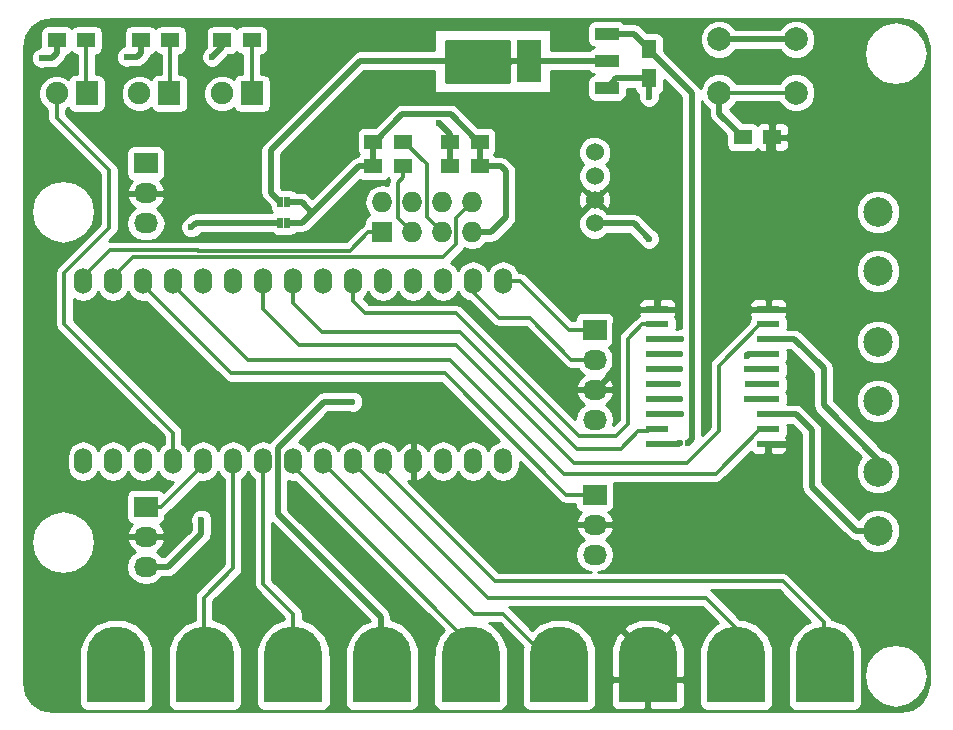
<source format=gtl>
G04 #@! TF.FileFunction,Copper,L1,Top,Signal*
%FSLAX46Y46*%
G04 Gerber Fmt 4.6, Leading zero omitted, Abs format (unit mm)*
G04 Created by KiCad (PCBNEW 4.0.7) date 09/18/17 08:38:15*
%MOMM*%
%LPD*%
G01*
G04 APERTURE LIST*
%ADD10C,0.100000*%
%ADD11C,2.500000*%
%ADD12R,1.500000X1.250000*%
%ADD13R,1.250000X1.500000*%
%ADD14R,1.900000X2.000000*%
%ADD15C,1.900000*%
%ADD16O,1.524000X2.199640*%
%ADD17O,1.524000X2.197100*%
%ADD18R,2.032000X1.727200*%
%ADD19O,2.032000X1.727200*%
%ADD20C,1.524000*%
%ADD21C,1.998980*%
%ADD22R,2.032000X3.657600*%
%ADD23R,2.032000X1.016000*%
%ADD24C,5.000000*%
%ADD25R,5.000000X4.000000*%
%ADD26R,0.500000X0.900000*%
%ADD27R,1.727200X1.727200*%
%ADD28O,1.727200X1.727200*%
%ADD29R,1.950000X0.600000*%
%ADD30C,0.600000*%
%ADD31C,0.300000*%
%ADD32C,0.500000*%
%ADD33C,0.250000*%
%ADD34C,0.254000*%
G04 APERTURE END LIST*
D10*
D11*
X180600000Y-82430500D03*
X180600000Y-77430500D03*
D12*
X146870000Y-71480000D03*
X144370000Y-71480000D03*
D13*
X161220000Y-63630000D03*
X161220000Y-66130000D03*
D12*
X146870000Y-73580000D03*
X144370000Y-73580000D03*
D14*
X113600000Y-67400000D03*
D15*
X111060000Y-67400000D03*
D14*
X120600000Y-67400000D03*
D15*
X118060000Y-67400000D03*
D14*
X127600000Y-67400000D03*
D15*
X125060000Y-67400000D03*
D16*
X148860500Y-83310500D03*
X146320500Y-83310500D03*
X143780500Y-83310500D03*
X141240500Y-83310500D03*
X138700500Y-83310500D03*
X136160500Y-83310500D03*
X133620500Y-83310500D03*
X131080500Y-83310500D03*
X128540500Y-83310500D03*
X126000500Y-83310500D03*
X123460500Y-83310500D03*
X120920500Y-83310500D03*
X118380500Y-83310500D03*
X115840500Y-83310500D03*
X113300500Y-83310500D03*
X113300500Y-98550500D03*
X115840500Y-98550500D03*
X118380500Y-98550500D03*
X120920500Y-98550500D03*
D17*
X123460500Y-98550500D03*
X126000500Y-98550500D03*
X128540500Y-98550500D03*
X131080500Y-98550500D03*
X133620500Y-98550500D03*
X136160500Y-98550500D03*
X138700500Y-98550500D03*
X141240500Y-98550500D03*
X143780500Y-98550500D03*
X146320500Y-98550500D03*
X148860500Y-98550500D03*
D18*
X156600000Y-101360000D03*
D19*
X156600000Y-103900000D03*
X156600000Y-106440000D03*
D18*
X156600000Y-87400000D03*
D19*
X156600000Y-89940000D03*
X156600000Y-92480000D03*
X156600000Y-95020000D03*
D20*
X156600000Y-72400000D03*
X156600000Y-74400000D03*
X156600000Y-76400000D03*
X156600000Y-78400000D03*
D11*
X180600000Y-104430500D03*
X180600000Y-99430500D03*
X180600000Y-93430500D03*
X180600000Y-88430500D03*
D12*
X171650000Y-71100000D03*
X169150000Y-71100000D03*
X111070000Y-62880000D03*
X113570000Y-62880000D03*
X118170000Y-62880000D03*
X120670000Y-62880000D03*
X125070000Y-62880000D03*
X127570000Y-62880000D03*
X137870000Y-71480000D03*
X140370000Y-71480000D03*
X137870000Y-73580000D03*
X140370000Y-73580000D03*
D21*
X167168800Y-67330440D03*
X173671200Y-62829560D03*
X167168800Y-62829560D03*
X173671200Y-67330440D03*
D18*
X118600000Y-102400000D03*
D19*
X118600000Y-104940000D03*
X118600000Y-107480000D03*
D18*
X118600000Y-73320000D03*
D19*
X118600000Y-75860000D03*
X118600000Y-78400000D03*
D22*
X151048000Y-64650000D03*
D23*
X157652000Y-64650000D03*
X157652000Y-62364000D03*
X157652000Y-66936000D03*
D24*
X138600000Y-115000000D03*
D25*
X138600000Y-117000000D03*
D24*
X161100000Y-115000000D03*
D25*
X161100000Y-117000000D03*
D24*
X131100000Y-115000000D03*
D25*
X131100000Y-117000000D03*
D24*
X123600000Y-115000000D03*
D25*
X123600000Y-117000000D03*
D24*
X168600000Y-115000000D03*
D25*
X168600000Y-117000000D03*
D24*
X176100000Y-115000000D03*
D25*
X176100000Y-117000000D03*
D24*
X116100000Y-115000000D03*
D25*
X116100000Y-117000000D03*
D24*
X146100000Y-115000000D03*
D25*
X146100000Y-117000000D03*
D24*
X153600000Y-115000000D03*
D25*
X153600000Y-117000000D03*
D26*
X130600000Y-78350000D03*
X130000000Y-78350000D03*
X130600000Y-76600000D03*
X130000000Y-76600000D03*
D27*
X138600000Y-79150000D03*
D28*
X138600000Y-76610000D03*
X141140000Y-79150000D03*
X141140000Y-76610000D03*
X143680000Y-79150000D03*
X143680000Y-76610000D03*
X146220000Y-79150000D03*
X146220000Y-76610000D03*
D29*
X161920000Y-85665000D03*
X161920000Y-86935000D03*
X161920000Y-88205000D03*
X161920000Y-89475000D03*
X161920000Y-90745000D03*
X161920000Y-92015000D03*
X161920000Y-93285000D03*
X161920000Y-94555000D03*
X161920000Y-95825000D03*
X161920000Y-97095000D03*
X171320000Y-97095000D03*
X171320000Y-95825000D03*
X171320000Y-94555000D03*
X171320000Y-93285000D03*
X171320000Y-92015000D03*
X171320000Y-90745000D03*
X171320000Y-89475000D03*
X171320000Y-88205000D03*
X171320000Y-86935000D03*
X171320000Y-85665000D03*
D30*
X123300000Y-103500000D03*
X161200000Y-79700000D03*
X161200000Y-67700000D03*
X169600000Y-92000000D03*
X169500000Y-90700000D03*
X163700000Y-92000000D03*
X163800000Y-90700000D03*
X163800000Y-89500000D03*
X163800000Y-93300000D03*
X169500000Y-89600000D03*
X169500000Y-93300000D03*
X143400000Y-69900000D03*
X124200000Y-64300000D03*
X117000000Y-64300000D03*
X109800000Y-64400000D03*
X136100000Y-93500000D03*
X173800000Y-97000000D03*
X170500000Y-69400000D03*
X173800000Y-85700000D03*
X163820000Y-96980000D03*
X163820000Y-96980000D03*
X164520000Y-96980000D03*
X163920000Y-88180000D03*
X163920000Y-94580000D03*
X122446779Y-78729990D03*
D31*
X120920500Y-98550500D02*
X120920500Y-96120500D01*
X120920500Y-96120500D02*
X111720000Y-86920000D01*
X111720000Y-86920000D02*
X111720000Y-82580000D01*
X111720000Y-82580000D02*
X115520000Y-78780000D01*
X115520000Y-78780000D02*
X115520000Y-73920000D01*
X115520000Y-73920000D02*
X111060000Y-69460000D01*
X111060000Y-69460000D02*
X111060000Y-67400000D01*
X148860500Y-83310500D02*
X150310500Y-83310500D01*
X150310500Y-83310500D02*
X154400000Y-87400000D01*
X154400000Y-87400000D02*
X156600000Y-87400000D01*
X156447600Y-87400000D02*
X156600000Y-87400000D01*
X146320500Y-83310500D02*
X146320500Y-84220500D01*
X146320500Y-84220500D02*
X148500000Y-86400000D01*
X148500000Y-86400000D02*
X151100000Y-86400000D01*
X151100000Y-86400000D02*
X154640000Y-89940000D01*
X154640000Y-89940000D02*
X156600000Y-89940000D01*
X146320500Y-83310500D02*
X146320500Y-83648320D01*
D32*
X118600000Y-107480000D02*
X120520000Y-107480000D01*
X120520000Y-107480000D02*
X123300000Y-104700000D01*
X123300000Y-104700000D02*
X123300000Y-103500000D01*
X156600000Y-78400000D02*
X159900000Y-78400000D01*
X159900000Y-78400000D02*
X161200000Y-79700000D01*
X161220000Y-66130000D02*
X161220000Y-67680000D01*
X161220000Y-67680000D02*
X161200000Y-67700000D01*
X167168800Y-62829560D02*
X168582292Y-62829560D01*
X168582292Y-62829560D02*
X173671200Y-62829560D01*
X161220000Y-66130000D02*
X158458000Y-66130000D01*
X158458000Y-66130000D02*
X157652000Y-66936000D01*
X171320000Y-92015000D02*
X169615000Y-92015000D01*
X169615000Y-92015000D02*
X169600000Y-92000000D01*
X171320000Y-90745000D02*
X169545000Y-90745000D01*
X169545000Y-90745000D02*
X169500000Y-90700000D01*
X161920000Y-92015000D02*
X163685000Y-92015000D01*
X163685000Y-92015000D02*
X163700000Y-92000000D01*
X161920000Y-90745000D02*
X163755000Y-90745000D01*
X163755000Y-90745000D02*
X163800000Y-90700000D01*
X161920000Y-89475000D02*
X163775000Y-89475000D01*
X163775000Y-89475000D02*
X163800000Y-89500000D01*
X161920000Y-93285000D02*
X163785000Y-93285000D01*
X163785000Y-93285000D02*
X163800000Y-93300000D01*
X171320000Y-89475000D02*
X169625000Y-89475000D01*
X169625000Y-89475000D02*
X169500000Y-89600000D01*
X171320000Y-93285000D02*
X169515000Y-93285000D01*
X169515000Y-93285000D02*
X169500000Y-93300000D01*
X144370000Y-71480000D02*
X144370000Y-70870000D01*
X144370000Y-70870000D02*
X143400000Y-69900000D01*
X144370000Y-71480000D02*
X144370000Y-73580000D01*
X125070000Y-62880000D02*
X125070000Y-63430000D01*
X125070000Y-63430000D02*
X124200000Y-64300000D01*
X117875000Y-64300000D02*
X117000000Y-64300000D01*
X118170000Y-62880000D02*
X118170000Y-64005000D01*
X118170000Y-64005000D02*
X117875000Y-64300000D01*
X110675000Y-64400000D02*
X109800000Y-64400000D01*
X111070000Y-62880000D02*
X111070000Y-64005000D01*
X111070000Y-64005000D02*
X110675000Y-64400000D01*
X167168800Y-67330440D02*
X167168800Y-69118800D01*
X167168800Y-69118800D02*
X169150000Y-71100000D01*
X167168800Y-67330440D02*
X167168800Y-68078800D01*
D31*
X138700500Y-83310500D02*
X138700500Y-82972680D01*
X167168800Y-67330440D02*
X173671200Y-67330440D01*
X161920000Y-86935000D02*
X160645000Y-86935000D01*
X160645000Y-86935000D02*
X159420000Y-88160000D01*
X137200000Y-86000000D02*
X136160500Y-84960500D01*
X159420000Y-88160000D02*
X159420000Y-95380000D01*
X159420000Y-95380000D02*
X158420000Y-96380000D01*
X158420000Y-96380000D02*
X155280000Y-96380000D01*
X155280000Y-96380000D02*
X144900000Y-86000000D01*
X144900000Y-86000000D02*
X137200000Y-86000000D01*
X136160500Y-84960500D02*
X136160500Y-83310500D01*
X118600000Y-102400000D02*
X119916000Y-102400000D01*
X119916000Y-102400000D02*
X123460500Y-98855500D01*
X123460500Y-98855500D02*
X123460500Y-98550500D01*
X131080500Y-83310500D02*
X131080500Y-85180500D01*
X161245000Y-95825000D02*
X161920000Y-95825000D01*
X131080500Y-85180500D02*
X133500000Y-87600000D01*
X133500000Y-87600000D02*
X145200000Y-87600000D01*
X145200000Y-87600000D02*
X155100000Y-97500000D01*
X155100000Y-97500000D02*
X158800000Y-97500000D01*
X158800000Y-97500000D02*
X160320000Y-95980000D01*
X160320000Y-95980000D02*
X161090000Y-95980000D01*
X161090000Y-95980000D02*
X161245000Y-95825000D01*
X120920500Y-83310500D02*
X120920500Y-83648320D01*
X120920500Y-83648320D02*
X127272180Y-90000000D01*
X127272180Y-90000000D02*
X144400000Y-90000000D01*
X154000000Y-99600000D02*
X166870000Y-99600000D01*
X144400000Y-90000000D02*
X154000000Y-99600000D01*
X166870000Y-99600000D02*
X170645000Y-95825000D01*
X170645000Y-95825000D02*
X171320000Y-95825000D01*
X123460500Y-83648320D02*
X123460500Y-83310500D01*
X171320000Y-86935000D02*
X170645000Y-86935000D01*
X170645000Y-86935000D02*
X167120000Y-90460000D01*
X167120000Y-90460000D02*
X167120000Y-95980000D01*
X167120000Y-95980000D02*
X164400000Y-98700000D01*
X128540500Y-85640500D02*
X128540500Y-83310500D01*
X164400000Y-98700000D02*
X154900000Y-98700000D01*
X154900000Y-98700000D02*
X144900000Y-88700000D01*
X144900000Y-88700000D02*
X131600000Y-88700000D01*
X131600000Y-88700000D02*
X128540500Y-85640500D01*
X171995000Y-86935000D02*
X171320000Y-86935000D01*
X118380500Y-83310500D02*
X118380500Y-83648320D01*
X118380500Y-83648320D02*
X125832180Y-91100000D01*
X125832180Y-91100000D02*
X143900000Y-91100000D01*
X143900000Y-91100000D02*
X154160000Y-101360000D01*
X154160000Y-101360000D02*
X156600000Y-101360000D01*
X115840500Y-83310500D02*
X115840500Y-82972680D01*
X115840500Y-82972680D02*
X117533180Y-81280000D01*
X144893601Y-80180000D02*
X144893601Y-77936399D01*
X145356401Y-77473599D02*
X146220000Y-76610000D01*
X117533180Y-81280000D02*
X143793601Y-81280000D01*
X143793601Y-81280000D02*
X144893601Y-80180000D01*
X144893601Y-77936399D02*
X145356401Y-77473599D01*
X137436400Y-79150000D02*
X138600000Y-79150000D01*
X123051468Y-80700011D02*
X135886389Y-80700011D01*
X123045067Y-80693610D02*
X123051468Y-80700011D01*
X115579570Y-80693610D02*
X123045067Y-80693610D01*
X113300500Y-82972680D02*
X115579570Y-80693610D01*
X113300500Y-83310500D02*
X113300500Y-82972680D01*
X135886389Y-80700011D02*
X137436400Y-79150000D01*
D32*
X138500000Y-116100000D02*
X138500000Y-111700000D01*
X138500000Y-111700000D02*
X129800000Y-103000000D01*
X129800000Y-103000000D02*
X129800000Y-97400000D01*
X129800000Y-97400000D02*
X133700000Y-93500000D01*
X133700000Y-93500000D02*
X136100000Y-93500000D01*
X146745000Y-71480000D02*
X146870000Y-71480000D01*
X144414998Y-69149998D02*
X146745000Y-71480000D01*
X140325002Y-69149998D02*
X144414998Y-69149998D01*
X137995000Y-71480000D02*
X140325002Y-69149998D01*
X137870000Y-71480000D02*
X137995000Y-71480000D01*
X137870000Y-73580000D02*
X137870000Y-71480000D01*
X146870000Y-73580000D02*
X146870000Y-71480000D01*
X149100000Y-74000000D02*
X148680000Y-73580000D01*
X148680000Y-73580000D02*
X146870000Y-73580000D01*
X149100000Y-77900000D02*
X149100000Y-74000000D01*
X147850000Y-79150000D02*
X149100000Y-77900000D01*
X146220000Y-79150000D02*
X147850000Y-79150000D01*
X132700000Y-77500000D02*
X131850000Y-78350000D01*
X131850000Y-78350000D02*
X130700001Y-78350000D01*
X131800000Y-76600000D02*
X130700001Y-76600000D01*
X132700000Y-77500000D02*
X131800000Y-76600000D01*
X137870000Y-73580000D02*
X136620000Y-73580000D01*
X136620000Y-73580000D02*
X132700000Y-77500000D01*
D31*
X128540500Y-98550500D02*
X128540500Y-103700000D01*
X128540500Y-103700000D02*
X128540500Y-103940500D01*
X131100000Y-115000000D02*
X131100000Y-111464467D01*
X131100000Y-111464467D02*
X128540500Y-108904967D01*
X128540500Y-108904967D02*
X128540500Y-103700000D01*
X128020000Y-99071000D02*
X128540500Y-98550500D01*
X146000000Y-116100000D02*
X145820000Y-115920000D01*
X145820000Y-115920000D02*
X145820000Y-113720000D01*
X145820000Y-113720000D02*
X131080500Y-98980500D01*
X131080500Y-98980500D02*
X131080500Y-98550500D01*
D33*
X131080500Y-98550500D02*
X131190500Y-98550500D01*
D31*
X133620500Y-98550500D02*
X133620500Y-98720500D01*
X133620500Y-98720500D02*
X146380000Y-111480000D01*
X146380000Y-111480000D02*
X148880000Y-111480000D01*
X148880000Y-111480000D02*
X153500000Y-116100000D01*
D33*
X133620500Y-98550500D02*
X133620500Y-99180500D01*
D31*
X168500000Y-116100000D02*
X168500000Y-112564467D01*
X168500000Y-112564467D02*
X166035533Y-110100000D01*
X166035533Y-110100000D02*
X147600000Y-110100000D01*
X147600000Y-110100000D02*
X136160500Y-98660500D01*
X136160500Y-98660500D02*
X136160500Y-98550500D01*
D33*
X136160500Y-98550500D02*
X136160500Y-99220500D01*
D31*
X138700500Y-98550500D02*
X138700500Y-99200500D01*
X138700500Y-99200500D02*
X148200000Y-108700000D01*
X148200000Y-108700000D02*
X172540000Y-108700000D01*
X172540000Y-108700000D02*
X176000000Y-112160000D01*
X176000000Y-112160000D02*
X176000000Y-116100000D01*
D32*
X171320000Y-97095000D02*
X173705000Y-97095000D01*
X173705000Y-97095000D02*
X173800000Y-97000000D01*
X171075000Y-69400000D02*
X170500000Y-69400000D01*
X171650000Y-71100000D02*
X171650000Y-69975000D01*
X171650000Y-69975000D02*
X171075000Y-69400000D01*
X171650000Y-71100000D02*
X171400000Y-71350000D01*
X171400000Y-71350000D02*
X171400000Y-85585000D01*
X171400000Y-85585000D02*
X171320000Y-85665000D01*
X173800000Y-85700000D02*
X171355000Y-85700000D01*
X171355000Y-85700000D02*
X171320000Y-85665000D01*
X156600000Y-76400000D02*
X154400000Y-78600000D01*
X154400000Y-78600000D02*
X154400000Y-80200000D01*
X154400000Y-80200000D02*
X156000000Y-81800000D01*
X156000000Y-81800000D02*
X159520000Y-81800000D01*
X159520000Y-81800000D02*
X161920000Y-84200000D01*
X161920000Y-84200000D02*
X161920000Y-85665000D01*
X156600000Y-103900000D02*
X165315000Y-103900000D01*
X165315000Y-103900000D02*
X171320000Y-97895000D01*
X171320000Y-97895000D02*
X171320000Y-97095000D01*
D33*
X120000000Y-117500000D02*
X120000000Y-118900000D01*
X120000000Y-118900000D02*
X120800000Y-119700000D01*
X115600000Y-106800000D02*
X115600000Y-105400000D01*
X115600000Y-105400000D02*
X116060000Y-104940000D01*
X120000000Y-115100000D02*
X120000000Y-113200000D01*
X120000000Y-113200000D02*
X118200000Y-111400000D01*
X118200000Y-111400000D02*
X116700000Y-109900000D01*
X161100000Y-115000000D02*
X161100000Y-119700000D01*
X161100000Y-119700000D02*
X159400000Y-119700000D01*
X159400000Y-119700000D02*
X120800000Y-119700000D01*
X116060000Y-104940000D02*
X118600000Y-104940000D01*
X116700000Y-109900000D02*
X115600000Y-108800000D01*
X115600000Y-108800000D02*
X115600000Y-106800000D01*
X120000000Y-117500000D02*
X120000000Y-115100000D01*
D32*
X161920000Y-85665000D02*
X161245000Y-85665000D01*
X161210000Y-85700000D02*
X159500000Y-85700000D01*
X161245000Y-85665000D02*
X161210000Y-85700000D01*
X159500000Y-85700000D02*
X158300000Y-86900000D01*
X158300000Y-86900000D02*
X158300000Y-90932400D01*
X158300000Y-90932400D02*
X156752400Y-92480000D01*
X156752400Y-92480000D02*
X156600000Y-92480000D01*
X164520000Y-96980000D02*
X164819999Y-96680001D01*
X164819999Y-96680001D02*
X164819999Y-67354999D01*
X161220000Y-63755000D02*
X161220000Y-63630000D01*
X164819999Y-67354999D02*
X161220000Y-63755000D01*
X161920000Y-97095000D02*
X163705000Y-97095000D01*
X163705000Y-97095000D02*
X163820000Y-96980000D01*
X157652000Y-62364000D02*
X159954000Y-62364000D01*
X159954000Y-62364000D02*
X161220000Y-63630000D01*
X161920000Y-88205000D02*
X163895000Y-88205000D01*
X163895000Y-88205000D02*
X163920000Y-88180000D01*
X161920000Y-94555000D02*
X163895000Y-94555000D01*
X163895000Y-94555000D02*
X163920000Y-94580000D01*
X171320000Y-94555000D02*
X173655000Y-94555000D01*
X173655000Y-94555000D02*
X175000000Y-95900000D01*
X175000000Y-95900000D02*
X175000000Y-100700000D01*
X175000000Y-100700000D02*
X178730500Y-104430500D01*
X178730500Y-104430500D02*
X180600000Y-104430500D01*
X180600000Y-99430500D02*
X180600000Y-98400000D01*
X180600000Y-98400000D02*
X176000000Y-93800000D01*
X176000000Y-93800000D02*
X176000000Y-90680000D01*
X176000000Y-90680000D02*
X173525000Y-88205000D01*
X173525000Y-88205000D02*
X171320000Y-88205000D01*
D31*
X143680000Y-79150000D02*
X142420000Y-77890000D01*
X142420000Y-77890000D02*
X142420000Y-73405000D01*
X142420000Y-73405000D02*
X140495000Y-71480000D01*
X140495000Y-71480000D02*
X140370000Y-71480000D01*
X141140000Y-79150000D02*
X139926399Y-77936399D01*
X139926399Y-77936399D02*
X139926399Y-74948601D01*
X139926399Y-74948601D02*
X140370000Y-74505000D01*
X140370000Y-74505000D02*
X140370000Y-73580000D01*
D32*
X129899999Y-78350000D02*
X122826769Y-78350000D01*
X122826769Y-78350000D02*
X122746778Y-78429991D01*
X122746778Y-78429991D02*
X122446779Y-78729990D01*
X151048000Y-64650000D02*
X136750000Y-64650000D01*
X136750000Y-64650000D02*
X129200000Y-72200000D01*
X129200000Y-72200000D02*
X129200000Y-75800000D01*
X129200000Y-75800000D02*
X129899999Y-76499999D01*
X157652000Y-64650000D02*
X156136000Y-64650000D01*
X156136000Y-64650000D02*
X151048000Y-64650000D01*
D31*
X113570000Y-62880000D02*
X113570000Y-67370000D01*
X113570000Y-67370000D02*
X113600000Y-67400000D01*
X120670000Y-62880000D02*
X120670000Y-67330000D01*
X120670000Y-67330000D02*
X120600000Y-67400000D01*
X127570000Y-62880000D02*
X127570000Y-67370000D01*
X127570000Y-67370000D02*
X127600000Y-67400000D01*
X126000500Y-98550500D02*
X126000500Y-107599500D01*
X126000500Y-107599500D02*
X123520000Y-110080000D01*
X123520000Y-110080000D02*
X123520000Y-116080000D01*
X123520000Y-116080000D02*
X123500000Y-116100000D01*
D34*
G36*
X183471023Y-61297167D02*
X184209439Y-61790561D01*
X184702833Y-62528977D01*
X184890000Y-63469931D01*
X184890000Y-117330069D01*
X184702833Y-118271023D01*
X184209439Y-119009439D01*
X183471023Y-119502833D01*
X182530069Y-119690000D01*
X110669931Y-119690000D01*
X109728977Y-119502833D01*
X108990561Y-119009439D01*
X108497167Y-118271023D01*
X108310000Y-117330069D01*
X108310000Y-115000000D01*
X112952560Y-115000000D01*
X112952560Y-119000000D01*
X112996838Y-119235317D01*
X113135910Y-119451441D01*
X113348110Y-119596431D01*
X113600000Y-119647440D01*
X118600000Y-119647440D01*
X118835317Y-119603162D01*
X119051441Y-119464090D01*
X119196431Y-119251890D01*
X119247440Y-119000000D01*
X119247440Y-115000000D01*
X119235058Y-114934197D01*
X119235543Y-114379146D01*
X118759273Y-113226485D01*
X117878153Y-112343826D01*
X116726326Y-111865546D01*
X115479146Y-111864457D01*
X114326485Y-112340727D01*
X113443826Y-113221847D01*
X112965546Y-114373674D01*
X112965053Y-114938308D01*
X112952560Y-115000000D01*
X108310000Y-115000000D01*
X108310000Y-105400000D01*
X108890000Y-105400000D01*
X109096286Y-106437072D01*
X109683741Y-107316259D01*
X110562928Y-107903714D01*
X111600000Y-108110000D01*
X112637072Y-107903714D01*
X113271203Y-107480000D01*
X116916655Y-107480000D01*
X117030729Y-108053489D01*
X117355585Y-108539670D01*
X117841766Y-108864526D01*
X118415255Y-108978600D01*
X118784745Y-108978600D01*
X119358234Y-108864526D01*
X119844415Y-108539670D01*
X119961126Y-108365000D01*
X120519995Y-108365000D01*
X120520000Y-108365001D01*
X120802484Y-108308810D01*
X120858675Y-108297633D01*
X121145790Y-108105790D01*
X123925787Y-105325792D01*
X123925790Y-105325790D01*
X124117633Y-105038675D01*
X124162523Y-104813000D01*
X124185001Y-104700000D01*
X124185000Y-104699995D01*
X124185000Y-103806822D01*
X124234838Y-103686799D01*
X124235162Y-103314833D01*
X124093117Y-102971057D01*
X123830327Y-102707808D01*
X123486799Y-102565162D01*
X123114833Y-102564838D01*
X122771057Y-102706883D01*
X122507808Y-102969673D01*
X122365162Y-103313201D01*
X122364838Y-103685167D01*
X122415000Y-103806569D01*
X122415000Y-104333421D01*
X120153420Y-106595000D01*
X119961126Y-106595000D01*
X119844415Y-106420330D01*
X119534931Y-106213539D01*
X119950732Y-105842036D01*
X120204709Y-105314791D01*
X120207358Y-105299026D01*
X120086217Y-105067000D01*
X118727000Y-105067000D01*
X118727000Y-105087000D01*
X118473000Y-105087000D01*
X118473000Y-105067000D01*
X117113783Y-105067000D01*
X116992642Y-105299026D01*
X116995291Y-105314791D01*
X117249268Y-105842036D01*
X117665069Y-106213539D01*
X117355585Y-106420330D01*
X117030729Y-106906511D01*
X116916655Y-107480000D01*
X113271203Y-107480000D01*
X113516259Y-107316259D01*
X114103714Y-106437072D01*
X114310000Y-105400000D01*
X114103714Y-104362928D01*
X113516259Y-103483741D01*
X112637072Y-102896286D01*
X111600000Y-102690000D01*
X110562928Y-102896286D01*
X109683741Y-103483741D01*
X109096286Y-104362928D01*
X108890000Y-105400000D01*
X108310000Y-105400000D01*
X108310000Y-77400000D01*
X108890000Y-77400000D01*
X109096286Y-78437072D01*
X109683741Y-79316259D01*
X110562928Y-79903714D01*
X111600000Y-80110000D01*
X112637072Y-79903714D01*
X113516259Y-79316259D01*
X114103714Y-78437072D01*
X114310000Y-77400000D01*
X114103714Y-76362928D01*
X113516259Y-75483741D01*
X112637072Y-74896286D01*
X111600000Y-74690000D01*
X110562928Y-74896286D01*
X109683741Y-75483741D01*
X109096286Y-76362928D01*
X108890000Y-77400000D01*
X108310000Y-77400000D01*
X108310000Y-64585167D01*
X108864838Y-64585167D01*
X109006883Y-64928943D01*
X109269673Y-65192192D01*
X109613201Y-65334838D01*
X109985167Y-65335162D01*
X110106569Y-65285000D01*
X110674995Y-65285000D01*
X110675000Y-65285001D01*
X110957484Y-65228810D01*
X111013675Y-65217633D01*
X111300790Y-65025790D01*
X111695787Y-64630792D01*
X111695790Y-64630790D01*
X111887633Y-64343675D01*
X111929781Y-64131783D01*
X112055317Y-64108162D01*
X112271441Y-63969090D01*
X112319134Y-63899289D01*
X112355910Y-63956441D01*
X112568110Y-64101431D01*
X112785000Y-64145352D01*
X112785000Y-65752560D01*
X112650000Y-65752560D01*
X112414683Y-65796838D01*
X112198559Y-65935910D01*
X112053569Y-66148110D01*
X112052945Y-66151192D01*
X111959003Y-66057086D01*
X111376659Y-65815276D01*
X110746107Y-65814725D01*
X110163343Y-66055519D01*
X109717086Y-66500997D01*
X109475276Y-67083341D01*
X109474725Y-67713893D01*
X109715519Y-68296657D01*
X110160997Y-68742914D01*
X110275000Y-68790252D01*
X110275000Y-69460000D01*
X110334755Y-69760407D01*
X110504921Y-70015079D01*
X114735000Y-74245157D01*
X114735000Y-78454843D01*
X111164921Y-82024921D01*
X110994755Y-82279593D01*
X110994755Y-82279594D01*
X110935000Y-82580000D01*
X110935000Y-86920000D01*
X110994755Y-87220407D01*
X111164921Y-87475079D01*
X120135500Y-96445658D01*
X120135500Y-97055339D01*
X119932672Y-97190865D01*
X119650500Y-97613164D01*
X119368328Y-97190865D01*
X118915109Y-96888033D01*
X118380500Y-96781693D01*
X117845891Y-96888033D01*
X117392672Y-97190865D01*
X117110500Y-97613164D01*
X116828328Y-97190865D01*
X116375109Y-96888033D01*
X115840500Y-96781693D01*
X115305891Y-96888033D01*
X114852672Y-97190865D01*
X114570500Y-97613164D01*
X114288328Y-97190865D01*
X113835109Y-96888033D01*
X113300500Y-96781693D01*
X112765891Y-96888033D01*
X112312672Y-97190865D01*
X112009840Y-97644084D01*
X111903500Y-98178693D01*
X111903500Y-98922307D01*
X112009840Y-99456916D01*
X112312672Y-99910135D01*
X112765891Y-100212967D01*
X113300500Y-100319307D01*
X113835109Y-100212967D01*
X114288328Y-99910135D01*
X114570500Y-99487836D01*
X114852672Y-99910135D01*
X115305891Y-100212967D01*
X115840500Y-100319307D01*
X116375109Y-100212967D01*
X116828328Y-99910135D01*
X117110500Y-99487836D01*
X117392672Y-99910135D01*
X117845891Y-100212967D01*
X118380500Y-100319307D01*
X118915109Y-100212967D01*
X119368328Y-99910135D01*
X119650500Y-99487836D01*
X119932672Y-99910135D01*
X120385891Y-100212967D01*
X120892170Y-100313672D01*
X120096062Y-101109780D01*
X120080090Y-101084959D01*
X119867890Y-100939969D01*
X119616000Y-100888960D01*
X117584000Y-100888960D01*
X117348683Y-100933238D01*
X117132559Y-101072310D01*
X116987569Y-101284510D01*
X116936560Y-101536400D01*
X116936560Y-103263600D01*
X116980838Y-103498917D01*
X117119910Y-103715041D01*
X117332110Y-103860031D01*
X117426927Y-103879232D01*
X117249268Y-104037964D01*
X116995291Y-104565209D01*
X116992642Y-104580974D01*
X117113783Y-104813000D01*
X118473000Y-104813000D01*
X118473000Y-104793000D01*
X118727000Y-104793000D01*
X118727000Y-104813000D01*
X120086217Y-104813000D01*
X120207358Y-104580974D01*
X120204709Y-104565209D01*
X119950732Y-104037964D01*
X119775155Y-103881093D01*
X119851317Y-103866762D01*
X120067441Y-103727690D01*
X120212431Y-103515490D01*
X120263440Y-103263600D01*
X120263440Y-103093819D01*
X120471079Y-102955079D01*
X123166605Y-100259553D01*
X123460500Y-100318012D01*
X123995109Y-100211672D01*
X124448328Y-99908840D01*
X124730500Y-99486541D01*
X125012672Y-99908840D01*
X125215500Y-100044366D01*
X125215500Y-107274342D01*
X122964921Y-109524921D01*
X122794755Y-109779593D01*
X122794755Y-109779594D01*
X122735000Y-110080000D01*
X122735000Y-111965336D01*
X121826485Y-112340727D01*
X120943826Y-113221847D01*
X120465546Y-114373674D01*
X120465053Y-114938308D01*
X120452560Y-115000000D01*
X120452560Y-119000000D01*
X120496838Y-119235317D01*
X120635910Y-119451441D01*
X120848110Y-119596431D01*
X121100000Y-119647440D01*
X126100000Y-119647440D01*
X126335317Y-119603162D01*
X126551441Y-119464090D01*
X126696431Y-119251890D01*
X126747440Y-119000000D01*
X126747440Y-115000000D01*
X126735058Y-114934197D01*
X126735543Y-114379146D01*
X126259273Y-113226485D01*
X125378153Y-112343826D01*
X124305000Y-111898214D01*
X124305000Y-110405158D01*
X126555579Y-108154579D01*
X126725745Y-107899906D01*
X126785500Y-107599500D01*
X126785500Y-100044366D01*
X126988328Y-99908840D01*
X127270500Y-99486541D01*
X127552672Y-99908840D01*
X127755500Y-100044366D01*
X127755500Y-108904967D01*
X127815255Y-109205374D01*
X127985421Y-109460046D01*
X130315000Y-111789625D01*
X130315000Y-111932281D01*
X129326485Y-112340727D01*
X128443826Y-113221847D01*
X127965546Y-114373674D01*
X127965053Y-114938308D01*
X127952560Y-115000000D01*
X127952560Y-119000000D01*
X127996838Y-119235317D01*
X128135910Y-119451441D01*
X128348110Y-119596431D01*
X128600000Y-119647440D01*
X133600000Y-119647440D01*
X133835317Y-119603162D01*
X134051441Y-119464090D01*
X134196431Y-119251890D01*
X134247440Y-119000000D01*
X134247440Y-115000000D01*
X134235058Y-114934197D01*
X134235543Y-114379146D01*
X133759273Y-113226485D01*
X132878153Y-112343826D01*
X131885000Y-111931433D01*
X131885000Y-111464472D01*
X131885001Y-111464467D01*
X131825245Y-111164061D01*
X131655079Y-110909388D01*
X129325500Y-108579809D01*
X129325500Y-103777080D01*
X137578445Y-112030024D01*
X136826485Y-112340727D01*
X135943826Y-113221847D01*
X135465546Y-114373674D01*
X135465053Y-114938308D01*
X135452560Y-115000000D01*
X135452560Y-119000000D01*
X135496838Y-119235317D01*
X135635910Y-119451441D01*
X135848110Y-119596431D01*
X136100000Y-119647440D01*
X141100000Y-119647440D01*
X141335317Y-119603162D01*
X141551441Y-119464090D01*
X141696431Y-119251890D01*
X141747440Y-119000000D01*
X141747440Y-115000000D01*
X141735058Y-114934197D01*
X141735543Y-114379146D01*
X141259273Y-113226485D01*
X140378153Y-112343826D01*
X139385000Y-111931433D01*
X139385000Y-111700005D01*
X139385001Y-111700000D01*
X139317633Y-111361326D01*
X139317633Y-111361325D01*
X139125790Y-111074210D01*
X139125787Y-111074208D01*
X130685000Y-102633420D01*
X130685000Y-100239342D01*
X131080500Y-100318012D01*
X131270134Y-100280292D01*
X143828093Y-112838251D01*
X143443826Y-113221847D01*
X142965546Y-114373674D01*
X142965053Y-114938308D01*
X142952560Y-115000000D01*
X142952560Y-119000000D01*
X142996838Y-119235317D01*
X143135910Y-119451441D01*
X143348110Y-119596431D01*
X143600000Y-119647440D01*
X148600000Y-119647440D01*
X148835317Y-119603162D01*
X149051441Y-119464090D01*
X149196431Y-119251890D01*
X149247440Y-119000000D01*
X149247440Y-115000000D01*
X149235058Y-114934197D01*
X149235543Y-114379146D01*
X148759273Y-113226485D01*
X147878153Y-112343826D01*
X147688319Y-112265000D01*
X148554842Y-112265000D01*
X150523631Y-114233789D01*
X150465546Y-114373674D01*
X150465053Y-114938308D01*
X150452560Y-115000000D01*
X150452560Y-119000000D01*
X150496838Y-119235317D01*
X150635910Y-119451441D01*
X150848110Y-119596431D01*
X151100000Y-119647440D01*
X156100000Y-119647440D01*
X156335317Y-119603162D01*
X156551441Y-119464090D01*
X156696431Y-119251890D01*
X156747440Y-119000000D01*
X156747440Y-115000000D01*
X156735058Y-114934197D01*
X156735543Y-114379146D01*
X156735025Y-114377892D01*
X157964706Y-114377892D01*
X157965000Y-115000000D01*
X157965000Y-116714250D01*
X158123750Y-116873000D01*
X158589116Y-116873000D01*
X158864118Y-117056274D01*
X158793392Y-117127000D01*
X158123750Y-117127000D01*
X157965000Y-117285750D01*
X157965000Y-119126310D01*
X158061673Y-119359699D01*
X158240302Y-119538327D01*
X158473691Y-119635000D01*
X160814250Y-119635000D01*
X160973000Y-119476250D01*
X160973000Y-118135060D01*
X161227000Y-118134940D01*
X161227000Y-119476250D01*
X161385750Y-119635000D01*
X163726309Y-119635000D01*
X163959698Y-119538327D01*
X164138327Y-119359699D01*
X164235000Y-119126310D01*
X164235000Y-117285750D01*
X164076250Y-117127000D01*
X163406608Y-117127000D01*
X163335882Y-117056274D01*
X163610884Y-116873000D01*
X164076250Y-116873000D01*
X164235000Y-116714250D01*
X164235000Y-115622819D01*
X164235294Y-115622108D01*
X164235000Y-114999577D01*
X164235000Y-114873690D01*
X164234940Y-114873546D01*
X164234705Y-114374928D01*
X163758564Y-113225421D01*
X163335880Y-112943725D01*
X161914605Y-114365000D01*
X161555395Y-114365000D01*
X163156275Y-112764120D01*
X162874579Y-112341436D01*
X161722108Y-111864706D01*
X160474928Y-111865295D01*
X159325421Y-112341436D01*
X159043725Y-112764120D01*
X160644605Y-114365000D01*
X160285395Y-114365000D01*
X158864120Y-112943725D01*
X158441436Y-113225421D01*
X157964706Y-114377892D01*
X156735025Y-114377892D01*
X156259273Y-113226485D01*
X155378153Y-112343826D01*
X154226326Y-111865546D01*
X152979146Y-111864457D01*
X151826485Y-112340727D01*
X151338259Y-112828101D01*
X149435079Y-110924921D01*
X149375333Y-110885000D01*
X165710375Y-110885000D01*
X167066804Y-112241429D01*
X166826485Y-112340727D01*
X165943826Y-113221847D01*
X165465546Y-114373674D01*
X165465053Y-114938308D01*
X165452560Y-115000000D01*
X165452560Y-119000000D01*
X165496838Y-119235317D01*
X165635910Y-119451441D01*
X165848110Y-119596431D01*
X166100000Y-119647440D01*
X171100000Y-119647440D01*
X171335317Y-119603162D01*
X171551441Y-119464090D01*
X171696431Y-119251890D01*
X171747440Y-119000000D01*
X171747440Y-115000000D01*
X171735058Y-114934197D01*
X171735543Y-114379146D01*
X171259273Y-113226485D01*
X170378153Y-112343826D01*
X169226326Y-111865546D01*
X168910962Y-111865271D01*
X166590612Y-109544921D01*
X166500934Y-109485000D01*
X172214842Y-109485000D01*
X174853012Y-112123170D01*
X174326485Y-112340727D01*
X173443826Y-113221847D01*
X172965546Y-114373674D01*
X172965053Y-114938308D01*
X172952560Y-115000000D01*
X172952560Y-119000000D01*
X172996838Y-119235317D01*
X173135910Y-119451441D01*
X173348110Y-119596431D01*
X173600000Y-119647440D01*
X178600000Y-119647440D01*
X178835317Y-119603162D01*
X179051441Y-119464090D01*
X179196431Y-119251890D01*
X179247440Y-119000000D01*
X179247440Y-116700000D01*
X179390000Y-116700000D01*
X179596286Y-117737072D01*
X180183741Y-118616259D01*
X181062928Y-119203714D01*
X182100000Y-119410000D01*
X183137072Y-119203714D01*
X184016259Y-118616259D01*
X184603714Y-117737072D01*
X184810000Y-116700000D01*
X184603714Y-115662928D01*
X184016259Y-114783741D01*
X183137072Y-114196286D01*
X182100000Y-113990000D01*
X181062928Y-114196286D01*
X180183741Y-114783741D01*
X179596286Y-115662928D01*
X179390000Y-116700000D01*
X179247440Y-116700000D01*
X179247440Y-115000000D01*
X179235058Y-114934197D01*
X179235543Y-114379146D01*
X178759273Y-113226485D01*
X177878153Y-112343826D01*
X176726438Y-111865593D01*
X176725245Y-111859594D01*
X176555079Y-111604921D01*
X173095079Y-108144921D01*
X172840407Y-107974755D01*
X172540000Y-107915000D01*
X156903390Y-107915000D01*
X157358234Y-107824526D01*
X157844415Y-107499670D01*
X158169271Y-107013489D01*
X158283345Y-106440000D01*
X158169271Y-105866511D01*
X157844415Y-105380330D01*
X157534931Y-105173539D01*
X157950732Y-104802036D01*
X158204709Y-104274791D01*
X158207358Y-104259026D01*
X158086217Y-104027000D01*
X156727000Y-104027000D01*
X156727000Y-104047000D01*
X156473000Y-104047000D01*
X156473000Y-104027000D01*
X155113783Y-104027000D01*
X154992642Y-104259026D01*
X154995291Y-104274791D01*
X155249268Y-104802036D01*
X155665069Y-105173539D01*
X155355585Y-105380330D01*
X155030729Y-105866511D01*
X154916655Y-106440000D01*
X155030729Y-107013489D01*
X155355585Y-107499670D01*
X155841766Y-107824526D01*
X156296610Y-107915000D01*
X148525158Y-107915000D01*
X140839812Y-100229654D01*
X140897430Y-100241270D01*
X141113500Y-100118770D01*
X141113500Y-98677500D01*
X141093500Y-98677500D01*
X141093500Y-98423500D01*
X141113500Y-98423500D01*
X141113500Y-96982230D01*
X140897430Y-96859730D01*
X140823223Y-96874690D01*
X140342474Y-97136320D01*
X139998441Y-97562009D01*
X139979142Y-97627393D01*
X139688328Y-97192160D01*
X139235109Y-96889328D01*
X138700500Y-96782988D01*
X138165891Y-96889328D01*
X137712672Y-97192160D01*
X137430500Y-97614459D01*
X137148328Y-97192160D01*
X136695109Y-96889328D01*
X136160500Y-96782988D01*
X135625891Y-96889328D01*
X135172672Y-97192160D01*
X134890500Y-97614459D01*
X134608328Y-97192160D01*
X134155109Y-96889328D01*
X133620500Y-96782988D01*
X133085891Y-96889328D01*
X132632672Y-97192160D01*
X132350500Y-97614459D01*
X132068328Y-97192160D01*
X131615109Y-96889328D01*
X131571021Y-96880558D01*
X134066579Y-94385000D01*
X135793178Y-94385000D01*
X135913201Y-94434838D01*
X136285167Y-94435162D01*
X136628943Y-94293117D01*
X136892192Y-94030327D01*
X137034838Y-93686799D01*
X137035162Y-93314833D01*
X136893117Y-92971057D01*
X136630327Y-92707808D01*
X136286799Y-92565162D01*
X135914833Y-92564838D01*
X135793431Y-92615000D01*
X133700005Y-92615000D01*
X133700000Y-92614999D01*
X133417516Y-92671190D01*
X133361325Y-92682367D01*
X133074210Y-92874210D01*
X133074208Y-92874213D01*
X129174210Y-96774210D01*
X129090444Y-96899575D01*
X129075109Y-96889328D01*
X128540500Y-96782988D01*
X128005891Y-96889328D01*
X127552672Y-97192160D01*
X127270500Y-97614459D01*
X126988328Y-97192160D01*
X126535109Y-96889328D01*
X126000500Y-96782988D01*
X125465891Y-96889328D01*
X125012672Y-97192160D01*
X124730500Y-97614459D01*
X124448328Y-97192160D01*
X123995109Y-96889328D01*
X123460500Y-96782988D01*
X122925891Y-96889328D01*
X122472672Y-97192160D01*
X122190933Y-97613812D01*
X121908328Y-97190865D01*
X121705500Y-97055339D01*
X121705500Y-96120500D01*
X121645745Y-95820094D01*
X121475579Y-95565421D01*
X112505000Y-86594842D01*
X112505000Y-84798645D01*
X112765891Y-84972967D01*
X113300500Y-85079307D01*
X113835109Y-84972967D01*
X114288328Y-84670135D01*
X114570500Y-84247836D01*
X114852672Y-84670135D01*
X115305891Y-84972967D01*
X115840500Y-85079307D01*
X116375109Y-84972967D01*
X116828328Y-84670135D01*
X117110500Y-84247836D01*
X117392672Y-84670135D01*
X117845891Y-84972967D01*
X118380500Y-85079307D01*
X118648100Y-85026078D01*
X125277101Y-91655079D01*
X125531774Y-91825245D01*
X125832180Y-91885000D01*
X143574842Y-91885000D01*
X148537148Y-96847306D01*
X148325891Y-96889328D01*
X147872672Y-97192160D01*
X147590500Y-97614459D01*
X147308328Y-97192160D01*
X146855109Y-96889328D01*
X146320500Y-96782988D01*
X145785891Y-96889328D01*
X145332672Y-97192160D01*
X145050500Y-97614459D01*
X144768328Y-97192160D01*
X144315109Y-96889328D01*
X143780500Y-96782988D01*
X143245891Y-96889328D01*
X142792672Y-97192160D01*
X142501858Y-97627393D01*
X142482559Y-97562009D01*
X142138526Y-97136320D01*
X141657777Y-96874690D01*
X141583570Y-96859730D01*
X141367500Y-96982230D01*
X141367500Y-98423500D01*
X141387500Y-98423500D01*
X141387500Y-98677500D01*
X141367500Y-98677500D01*
X141367500Y-100118770D01*
X141583570Y-100241270D01*
X141657777Y-100226310D01*
X142138526Y-99964680D01*
X142482559Y-99538991D01*
X142501858Y-99473607D01*
X142792672Y-99908840D01*
X143245891Y-100211672D01*
X143780500Y-100318012D01*
X144315109Y-100211672D01*
X144768328Y-99908840D01*
X145050500Y-99486541D01*
X145332672Y-99908840D01*
X145785891Y-100211672D01*
X146320500Y-100318012D01*
X146855109Y-100211672D01*
X147308328Y-99908840D01*
X147590500Y-99486541D01*
X147872672Y-99908840D01*
X148325891Y-100211672D01*
X148860500Y-100318012D01*
X149395109Y-100211672D01*
X149848328Y-99908840D01*
X150151160Y-99455621D01*
X150257500Y-98921012D01*
X150257500Y-98567658D01*
X153604921Y-101915079D01*
X153859593Y-102085245D01*
X154160000Y-102145000D01*
X154936560Y-102145000D01*
X154936560Y-102223600D01*
X154980838Y-102458917D01*
X155119910Y-102675041D01*
X155332110Y-102820031D01*
X155426927Y-102839232D01*
X155249268Y-102997964D01*
X154995291Y-103525209D01*
X154992642Y-103540974D01*
X155113783Y-103773000D01*
X156473000Y-103773000D01*
X156473000Y-103753000D01*
X156727000Y-103753000D01*
X156727000Y-103773000D01*
X158086217Y-103773000D01*
X158207358Y-103540974D01*
X158204709Y-103525209D01*
X157950732Y-102997964D01*
X157775155Y-102841093D01*
X157851317Y-102826762D01*
X158067441Y-102687690D01*
X158212431Y-102475490D01*
X158263440Y-102223600D01*
X158263440Y-100496400D01*
X158242479Y-100385000D01*
X166870000Y-100385000D01*
X167170407Y-100325245D01*
X167425079Y-100155079D01*
X169816066Y-97764092D01*
X169985302Y-97933327D01*
X170218691Y-98030000D01*
X171034250Y-98030000D01*
X171193000Y-97871250D01*
X171193000Y-97222000D01*
X171447000Y-97222000D01*
X171447000Y-97871250D01*
X171605750Y-98030000D01*
X172421309Y-98030000D01*
X172654698Y-97933327D01*
X172833327Y-97754699D01*
X172930000Y-97521310D01*
X172930000Y-97380750D01*
X172771250Y-97222000D01*
X171447000Y-97222000D01*
X171193000Y-97222000D01*
X171173000Y-97222000D01*
X171173000Y-96968000D01*
X171193000Y-96968000D01*
X171193000Y-96948000D01*
X171447000Y-96948000D01*
X171447000Y-96968000D01*
X172771250Y-96968000D01*
X172930000Y-96809250D01*
X172930000Y-96668690D01*
X172840194Y-96451878D01*
X172891431Y-96376890D01*
X172942440Y-96125000D01*
X172942440Y-95525000D01*
X172926446Y-95440000D01*
X173288420Y-95440000D01*
X174115000Y-96266579D01*
X174115000Y-100699995D01*
X174114999Y-100700000D01*
X174161394Y-100933238D01*
X174182367Y-101038675D01*
X174213293Y-101084959D01*
X174374210Y-101325790D01*
X178104708Y-105056287D01*
X178104710Y-105056290D01*
X178391825Y-105248133D01*
X178448016Y-105259310D01*
X178730500Y-105315501D01*
X178730505Y-105315500D01*
X178926102Y-105315500D01*
X179001043Y-105496872D01*
X179530839Y-106027593D01*
X180223405Y-106315172D01*
X180973305Y-106315826D01*
X181666372Y-106029457D01*
X182197093Y-105499661D01*
X182484672Y-104807095D01*
X182485326Y-104057195D01*
X182198957Y-103364128D01*
X181669161Y-102833407D01*
X180976595Y-102545828D01*
X180226695Y-102545174D01*
X179533628Y-102831543D01*
X179002907Y-103361339D01*
X178976504Y-103424925D01*
X175885000Y-100333420D01*
X175885000Y-95900005D01*
X175885001Y-95900000D01*
X175817633Y-95561325D01*
X175625790Y-95274210D01*
X175625787Y-95274208D01*
X174280790Y-93929210D01*
X174145294Y-93838675D01*
X173993675Y-93737367D01*
X173937484Y-93726190D01*
X173655000Y-93669999D01*
X173654995Y-93670000D01*
X172925227Y-93670000D01*
X172942440Y-93585000D01*
X172942440Y-92985000D01*
X172898162Y-92749683D01*
X172834322Y-92650472D01*
X172891431Y-92566890D01*
X172942440Y-92315000D01*
X172942440Y-91715000D01*
X172898162Y-91479683D01*
X172834322Y-91380472D01*
X172891431Y-91296890D01*
X172942440Y-91045000D01*
X172942440Y-90445000D01*
X172898162Y-90209683D01*
X172834322Y-90110472D01*
X172891431Y-90026890D01*
X172942440Y-89775000D01*
X172942440Y-89175000D01*
X172926446Y-89090000D01*
X173158420Y-89090000D01*
X175115000Y-91046579D01*
X175115000Y-93799995D01*
X175114999Y-93800000D01*
X175171190Y-94082484D01*
X175182367Y-94138675D01*
X175301942Y-94317633D01*
X175374210Y-94425790D01*
X179156467Y-98208046D01*
X179002907Y-98361339D01*
X178715328Y-99053905D01*
X178714674Y-99803805D01*
X179001043Y-100496872D01*
X179530839Y-101027593D01*
X180223405Y-101315172D01*
X180973305Y-101315826D01*
X181666372Y-101029457D01*
X182197093Y-100499661D01*
X182484672Y-99807095D01*
X182485326Y-99057195D01*
X182198957Y-98364128D01*
X181669161Y-97833407D01*
X181012186Y-97560607D01*
X177255385Y-93803805D01*
X178714674Y-93803805D01*
X179001043Y-94496872D01*
X179530839Y-95027593D01*
X180223405Y-95315172D01*
X180973305Y-95315826D01*
X181666372Y-95029457D01*
X182197093Y-94499661D01*
X182484672Y-93807095D01*
X182485326Y-93057195D01*
X182198957Y-92364128D01*
X181669161Y-91833407D01*
X180976595Y-91545828D01*
X180226695Y-91545174D01*
X179533628Y-91831543D01*
X179002907Y-92361339D01*
X178715328Y-93053905D01*
X178714674Y-93803805D01*
X177255385Y-93803805D01*
X176885000Y-93433420D01*
X176885000Y-90680005D01*
X176885001Y-90680000D01*
X176817634Y-90341326D01*
X176676649Y-90130327D01*
X176625790Y-90054210D01*
X176625787Y-90054208D01*
X175375385Y-88803805D01*
X178714674Y-88803805D01*
X179001043Y-89496872D01*
X179530839Y-90027593D01*
X180223405Y-90315172D01*
X180973305Y-90315826D01*
X181666372Y-90029457D01*
X182197093Y-89499661D01*
X182484672Y-88807095D01*
X182485326Y-88057195D01*
X182198957Y-87364128D01*
X181669161Y-86833407D01*
X180976595Y-86545828D01*
X180226695Y-86545174D01*
X179533628Y-86831543D01*
X179002907Y-87361339D01*
X178715328Y-88053905D01*
X178714674Y-88803805D01*
X175375385Y-88803805D01*
X174150790Y-87579210D01*
X174017395Y-87490079D01*
X173863675Y-87387367D01*
X173801502Y-87375000D01*
X173525000Y-87319999D01*
X173524995Y-87320000D01*
X172925227Y-87320000D01*
X172942440Y-87235000D01*
X172942440Y-86635000D01*
X172898162Y-86399683D01*
X172839822Y-86309020D01*
X172930000Y-86091310D01*
X172930000Y-85950750D01*
X172771250Y-85792000D01*
X171447000Y-85792000D01*
X171447000Y-85812000D01*
X171193000Y-85812000D01*
X171193000Y-85792000D01*
X169868750Y-85792000D01*
X169710000Y-85950750D01*
X169710000Y-86091310D01*
X169799806Y-86308122D01*
X169748569Y-86383110D01*
X169697560Y-86635000D01*
X169697560Y-86772282D01*
X166564921Y-89904921D01*
X166394755Y-90159593D01*
X166343427Y-90417633D01*
X166335000Y-90460000D01*
X166335000Y-95654842D01*
X165704999Y-96284843D01*
X165704999Y-85238690D01*
X169710000Y-85238690D01*
X169710000Y-85379250D01*
X169868750Y-85538000D01*
X171193000Y-85538000D01*
X171193000Y-84888750D01*
X171447000Y-84888750D01*
X171447000Y-85538000D01*
X172771250Y-85538000D01*
X172930000Y-85379250D01*
X172930000Y-85238690D01*
X172833327Y-85005301D01*
X172654698Y-84826673D01*
X172421309Y-84730000D01*
X171605750Y-84730000D01*
X171447000Y-84888750D01*
X171193000Y-84888750D01*
X171034250Y-84730000D01*
X170218691Y-84730000D01*
X169985302Y-84826673D01*
X169806673Y-85005301D01*
X169710000Y-85238690D01*
X165704999Y-85238690D01*
X165704999Y-82803805D01*
X178714674Y-82803805D01*
X179001043Y-83496872D01*
X179530839Y-84027593D01*
X180223405Y-84315172D01*
X180973305Y-84315826D01*
X181666372Y-84029457D01*
X182197093Y-83499661D01*
X182484672Y-82807095D01*
X182485326Y-82057195D01*
X182198957Y-81364128D01*
X181669161Y-80833407D01*
X180976595Y-80545828D01*
X180226695Y-80545174D01*
X179533628Y-80831543D01*
X179002907Y-81361339D01*
X178715328Y-82053905D01*
X178714674Y-82803805D01*
X165704999Y-82803805D01*
X165704999Y-77803805D01*
X178714674Y-77803805D01*
X179001043Y-78496872D01*
X179530839Y-79027593D01*
X180223405Y-79315172D01*
X180973305Y-79315826D01*
X181666372Y-79029457D01*
X182197093Y-78499661D01*
X182484672Y-77807095D01*
X182485326Y-77057195D01*
X182198957Y-76364128D01*
X181669161Y-75833407D01*
X180976595Y-75545828D01*
X180226695Y-75545174D01*
X179533628Y-75831543D01*
X179002907Y-76361339D01*
X178715328Y-77053905D01*
X178714674Y-77803805D01*
X165704999Y-77803805D01*
X165704999Y-68067920D01*
X165782338Y-68255095D01*
X166241727Y-68715286D01*
X166283800Y-68732756D01*
X166283800Y-69118795D01*
X166283799Y-69118800D01*
X166314713Y-69274210D01*
X166351167Y-69457475D01*
X166372013Y-69488673D01*
X166543010Y-69744590D01*
X167752560Y-70954139D01*
X167752560Y-71725000D01*
X167796838Y-71960317D01*
X167935910Y-72176441D01*
X168148110Y-72321431D01*
X168400000Y-72372440D01*
X169900000Y-72372440D01*
X170135317Y-72328162D01*
X170351441Y-72189090D01*
X170397969Y-72120994D01*
X170540302Y-72263327D01*
X170773691Y-72360000D01*
X171364250Y-72360000D01*
X171523000Y-72201250D01*
X171523000Y-71227000D01*
X171777000Y-71227000D01*
X171777000Y-72201250D01*
X171935750Y-72360000D01*
X172526309Y-72360000D01*
X172759698Y-72263327D01*
X172938327Y-72084699D01*
X173035000Y-71851310D01*
X173035000Y-71385750D01*
X172876250Y-71227000D01*
X171777000Y-71227000D01*
X171523000Y-71227000D01*
X171503000Y-71227000D01*
X171503000Y-70973000D01*
X171523000Y-70973000D01*
X171523000Y-69998750D01*
X171777000Y-69998750D01*
X171777000Y-70973000D01*
X172876250Y-70973000D01*
X173035000Y-70814250D01*
X173035000Y-70348690D01*
X172938327Y-70115301D01*
X172759698Y-69936673D01*
X172526309Y-69840000D01*
X171935750Y-69840000D01*
X171777000Y-69998750D01*
X171523000Y-69998750D01*
X171364250Y-69840000D01*
X170773691Y-69840000D01*
X170540302Y-69936673D01*
X170399064Y-70077910D01*
X170364090Y-70023559D01*
X170151890Y-69878569D01*
X169900000Y-69827560D01*
X169129139Y-69827560D01*
X168053800Y-68752220D01*
X168053800Y-68733287D01*
X168093455Y-68716902D01*
X168553646Y-68257513D01*
X168612640Y-68115440D01*
X172227034Y-68115440D01*
X172284738Y-68255095D01*
X172744127Y-68715286D01*
X173344653Y-68964646D01*
X173994894Y-68965214D01*
X174595855Y-68716902D01*
X175056046Y-68257513D01*
X175305406Y-67656987D01*
X175305974Y-67006746D01*
X175057662Y-66405785D01*
X174598273Y-65945594D01*
X173997747Y-65696234D01*
X173347506Y-65695666D01*
X172746545Y-65943978D01*
X172286354Y-66403367D01*
X172227360Y-66545440D01*
X168612966Y-66545440D01*
X168555262Y-66405785D01*
X168095873Y-65945594D01*
X167495347Y-65696234D01*
X166845106Y-65695666D01*
X166244145Y-65943978D01*
X165783954Y-66403367D01*
X165570902Y-66916454D01*
X165445789Y-66729209D01*
X165445786Y-66729207D01*
X162492440Y-63775860D01*
X162492440Y-63153254D01*
X165534026Y-63153254D01*
X165782338Y-63754215D01*
X166241727Y-64214406D01*
X166842253Y-64463766D01*
X167492494Y-64464334D01*
X168093455Y-64216022D01*
X168553646Y-63756633D01*
X168571116Y-63714560D01*
X172268353Y-63714560D01*
X172284738Y-63754215D01*
X172744127Y-64214406D01*
X173344653Y-64463766D01*
X173994894Y-64464334D01*
X174595855Y-64216022D01*
X174812254Y-64000000D01*
X179390000Y-64000000D01*
X179596286Y-65037072D01*
X180183741Y-65916259D01*
X181062928Y-66503714D01*
X182100000Y-66710000D01*
X183137072Y-66503714D01*
X184016259Y-65916259D01*
X184603714Y-65037072D01*
X184810000Y-64000000D01*
X184603714Y-62962928D01*
X184016259Y-62083741D01*
X183137072Y-61496286D01*
X182100000Y-61290000D01*
X181062928Y-61496286D01*
X180183741Y-62083741D01*
X179596286Y-62962928D01*
X179390000Y-64000000D01*
X174812254Y-64000000D01*
X175056046Y-63756633D01*
X175305406Y-63156107D01*
X175305974Y-62505866D01*
X175057662Y-61904905D01*
X174598273Y-61444714D01*
X173997747Y-61195354D01*
X173347506Y-61194786D01*
X172746545Y-61443098D01*
X172286354Y-61902487D01*
X172268884Y-61944560D01*
X168571647Y-61944560D01*
X168555262Y-61904905D01*
X168095873Y-61444714D01*
X167495347Y-61195354D01*
X166845106Y-61194786D01*
X166244145Y-61443098D01*
X165783954Y-61902487D01*
X165534594Y-62503013D01*
X165534026Y-63153254D01*
X162492440Y-63153254D01*
X162492440Y-62880000D01*
X162448162Y-62644683D01*
X162309090Y-62428559D01*
X162096890Y-62283569D01*
X161845000Y-62232560D01*
X161074140Y-62232560D01*
X160579790Y-61738210D01*
X160292675Y-61546367D01*
X160236484Y-61535190D01*
X159954000Y-61478999D01*
X159953995Y-61479000D01*
X159179991Y-61479000D01*
X159132090Y-61404559D01*
X158919890Y-61259569D01*
X158668000Y-61208560D01*
X156636000Y-61208560D01*
X156400683Y-61252838D01*
X156184559Y-61391910D01*
X156039569Y-61604110D01*
X155988560Y-61856000D01*
X155988560Y-62872000D01*
X156032838Y-63107317D01*
X156171910Y-63323441D01*
X156384110Y-63468431D01*
X156572314Y-63506543D01*
X156400683Y-63538838D01*
X156184559Y-63677910D01*
X156125053Y-63765000D01*
X152927000Y-63765000D01*
X152927000Y-62100000D01*
X152916994Y-62050590D01*
X152888553Y-62008965D01*
X152846159Y-61981685D01*
X152800000Y-61973000D01*
X143100000Y-61973000D01*
X143050590Y-61983006D01*
X143008965Y-62011447D01*
X142981685Y-62053841D01*
X142973000Y-62100000D01*
X142973000Y-63765000D01*
X136750000Y-63765000D01*
X136411325Y-63832367D01*
X136124210Y-64024210D01*
X136124208Y-64024213D01*
X128574210Y-71574210D01*
X128382367Y-71861325D01*
X128382367Y-71861326D01*
X128314999Y-72200000D01*
X128315000Y-72200005D01*
X128315000Y-75799995D01*
X128314999Y-75800000D01*
X128356205Y-76007152D01*
X128382367Y-76138675D01*
X128532207Y-76362928D01*
X128574210Y-76425790D01*
X129102560Y-76954139D01*
X129102560Y-77050000D01*
X129146838Y-77285317D01*
X129262461Y-77465000D01*
X122826769Y-77465000D01*
X122488094Y-77532367D01*
X122200979Y-77724210D01*
X122200977Y-77724213D01*
X122120988Y-77804201D01*
X122120986Y-77804204D01*
X122037944Y-77887245D01*
X121917836Y-77936873D01*
X121654587Y-78199663D01*
X121511941Y-78543191D01*
X121511617Y-78915157D01*
X121653662Y-79258933D01*
X121916452Y-79522182D01*
X122259980Y-79664828D01*
X122631946Y-79665152D01*
X122975722Y-79523107D01*
X123238971Y-79260317D01*
X123249484Y-79235000D01*
X129275331Y-79235000D01*
X129285910Y-79251441D01*
X129498110Y-79396431D01*
X129750000Y-79447440D01*
X130250000Y-79447440D01*
X130301836Y-79437686D01*
X130350000Y-79447440D01*
X130850000Y-79447440D01*
X131085317Y-79403162D01*
X131301441Y-79264090D01*
X131321317Y-79235000D01*
X131849995Y-79235000D01*
X131850000Y-79235001D01*
X132171461Y-79171057D01*
X132188675Y-79167633D01*
X132475790Y-78975790D01*
X133325787Y-78125792D01*
X133325790Y-78125790D01*
X136738623Y-74712956D01*
X136868110Y-74801431D01*
X137120000Y-74852440D01*
X138620000Y-74852440D01*
X138855317Y-74808162D01*
X139071441Y-74669090D01*
X139119134Y-74599289D01*
X139155910Y-74656441D01*
X139194296Y-74682669D01*
X139160527Y-74852440D01*
X139141399Y-74948601D01*
X139141399Y-75189732D01*
X138600000Y-75082041D01*
X138026511Y-75196115D01*
X137540330Y-75520971D01*
X137215474Y-76007152D01*
X137101400Y-76580641D01*
X137101400Y-76639359D01*
X137215474Y-77212848D01*
X137526574Y-77678442D01*
X137501083Y-77683238D01*
X137284959Y-77822310D01*
X137139969Y-78034510D01*
X137088960Y-78286400D01*
X137088960Y-78456182D01*
X136881321Y-78594921D01*
X135561231Y-79915011D01*
X123077247Y-79915011D01*
X123045067Y-79908610D01*
X115579570Y-79908610D01*
X115482174Y-79927984D01*
X116075076Y-79335081D01*
X116075079Y-79335079D01*
X116245245Y-79080406D01*
X116250143Y-79055781D01*
X116305001Y-78780000D01*
X116305000Y-78779995D01*
X116305000Y-78400000D01*
X116916655Y-78400000D01*
X117030729Y-78973489D01*
X117355585Y-79459670D01*
X117841766Y-79784526D01*
X118415255Y-79898600D01*
X118784745Y-79898600D01*
X119358234Y-79784526D01*
X119844415Y-79459670D01*
X120169271Y-78973489D01*
X120283345Y-78400000D01*
X120169271Y-77826511D01*
X119844415Y-77340330D01*
X119534931Y-77133539D01*
X119950732Y-76762036D01*
X120204709Y-76234791D01*
X120207358Y-76219026D01*
X120086217Y-75987000D01*
X118727000Y-75987000D01*
X118727000Y-76007000D01*
X118473000Y-76007000D01*
X118473000Y-75987000D01*
X117113783Y-75987000D01*
X116992642Y-76219026D01*
X116995291Y-76234791D01*
X117249268Y-76762036D01*
X117665069Y-77133539D01*
X117355585Y-77340330D01*
X117030729Y-77826511D01*
X116916655Y-78400000D01*
X116305000Y-78400000D01*
X116305000Y-73920000D01*
X116245245Y-73619594D01*
X116075079Y-73364921D01*
X116075076Y-73364919D01*
X115166558Y-72456400D01*
X116936560Y-72456400D01*
X116936560Y-74183600D01*
X116980838Y-74418917D01*
X117119910Y-74635041D01*
X117332110Y-74780031D01*
X117426927Y-74799232D01*
X117249268Y-74957964D01*
X116995291Y-75485209D01*
X116992642Y-75500974D01*
X117113783Y-75733000D01*
X118473000Y-75733000D01*
X118473000Y-75713000D01*
X118727000Y-75713000D01*
X118727000Y-75733000D01*
X120086217Y-75733000D01*
X120207358Y-75500974D01*
X120204709Y-75485209D01*
X119950732Y-74957964D01*
X119775155Y-74801093D01*
X119851317Y-74786762D01*
X120067441Y-74647690D01*
X120212431Y-74435490D01*
X120263440Y-74183600D01*
X120263440Y-72456400D01*
X120219162Y-72221083D01*
X120080090Y-72004959D01*
X119867890Y-71859969D01*
X119616000Y-71808960D01*
X117584000Y-71808960D01*
X117348683Y-71853238D01*
X117132559Y-71992310D01*
X116987569Y-72204510D01*
X116936560Y-72456400D01*
X115166558Y-72456400D01*
X111845000Y-69134842D01*
X111845000Y-68790617D01*
X111956657Y-68744481D01*
X112054337Y-68646971D01*
X112185910Y-68851441D01*
X112398110Y-68996431D01*
X112650000Y-69047440D01*
X114550000Y-69047440D01*
X114785317Y-69003162D01*
X115001441Y-68864090D01*
X115146431Y-68651890D01*
X115197440Y-68400000D01*
X115197440Y-66400000D01*
X115153162Y-66164683D01*
X115014090Y-65948559D01*
X114801890Y-65803569D01*
X114550000Y-65752560D01*
X114355000Y-65752560D01*
X114355000Y-64485167D01*
X116064838Y-64485167D01*
X116206883Y-64828943D01*
X116469673Y-65092192D01*
X116813201Y-65234838D01*
X117185167Y-65235162D01*
X117306569Y-65185000D01*
X117874995Y-65185000D01*
X117875000Y-65185001D01*
X118161004Y-65128110D01*
X118213675Y-65117633D01*
X118500790Y-64925790D01*
X118795790Y-64630790D01*
X118892001Y-64486799D01*
X118987633Y-64343675D01*
X119013025Y-64216022D01*
X119029782Y-64131783D01*
X119155317Y-64108162D01*
X119371441Y-63969090D01*
X119419134Y-63899289D01*
X119455910Y-63956441D01*
X119668110Y-64101431D01*
X119885000Y-64145352D01*
X119885000Y-65752560D01*
X119650000Y-65752560D01*
X119414683Y-65796838D01*
X119198559Y-65935910D01*
X119053569Y-66148110D01*
X119052945Y-66151192D01*
X118959003Y-66057086D01*
X118376659Y-65815276D01*
X117746107Y-65814725D01*
X117163343Y-66055519D01*
X116717086Y-66500997D01*
X116475276Y-67083341D01*
X116474725Y-67713893D01*
X116715519Y-68296657D01*
X117160997Y-68742914D01*
X117743341Y-68984724D01*
X118373893Y-68985275D01*
X118956657Y-68744481D01*
X119054337Y-68646971D01*
X119185910Y-68851441D01*
X119398110Y-68996431D01*
X119650000Y-69047440D01*
X121550000Y-69047440D01*
X121785317Y-69003162D01*
X122001441Y-68864090D01*
X122146431Y-68651890D01*
X122197440Y-68400000D01*
X122197440Y-66400000D01*
X122153162Y-66164683D01*
X122014090Y-65948559D01*
X121801890Y-65803569D01*
X121550000Y-65752560D01*
X121455000Y-65752560D01*
X121455000Y-64485167D01*
X123264838Y-64485167D01*
X123406883Y-64828943D01*
X123669673Y-65092192D01*
X124013201Y-65234838D01*
X124385167Y-65235162D01*
X124728943Y-65093117D01*
X124992192Y-64830327D01*
X125042566Y-64709014D01*
X125599139Y-64152440D01*
X125820000Y-64152440D01*
X126055317Y-64108162D01*
X126271441Y-63969090D01*
X126319134Y-63899289D01*
X126355910Y-63956441D01*
X126568110Y-64101431D01*
X126785000Y-64145352D01*
X126785000Y-65752560D01*
X126650000Y-65752560D01*
X126414683Y-65796838D01*
X126198559Y-65935910D01*
X126053569Y-66148110D01*
X126052945Y-66151192D01*
X125959003Y-66057086D01*
X125376659Y-65815276D01*
X124746107Y-65814725D01*
X124163343Y-66055519D01*
X123717086Y-66500997D01*
X123475276Y-67083341D01*
X123474725Y-67713893D01*
X123715519Y-68296657D01*
X124160997Y-68742914D01*
X124743341Y-68984724D01*
X125373893Y-68985275D01*
X125956657Y-68744481D01*
X126054337Y-68646971D01*
X126185910Y-68851441D01*
X126398110Y-68996431D01*
X126650000Y-69047440D01*
X128550000Y-69047440D01*
X128785317Y-69003162D01*
X129001441Y-68864090D01*
X129146431Y-68651890D01*
X129197440Y-68400000D01*
X129197440Y-66400000D01*
X129153162Y-66164683D01*
X129014090Y-65948559D01*
X128801890Y-65803569D01*
X128550000Y-65752560D01*
X128355000Y-65752560D01*
X128355000Y-64145854D01*
X128555317Y-64108162D01*
X128771441Y-63969090D01*
X128916431Y-63756890D01*
X128967440Y-63505000D01*
X128967440Y-62255000D01*
X128923162Y-62019683D01*
X128784090Y-61803559D01*
X128571890Y-61658569D01*
X128320000Y-61607560D01*
X126820000Y-61607560D01*
X126584683Y-61651838D01*
X126368559Y-61790910D01*
X126320866Y-61860711D01*
X126284090Y-61803559D01*
X126071890Y-61658569D01*
X125820000Y-61607560D01*
X124320000Y-61607560D01*
X124084683Y-61651838D01*
X123868559Y-61790910D01*
X123723569Y-62003110D01*
X123672560Y-62255000D01*
X123672560Y-63505000D01*
X123672780Y-63506171D01*
X123671057Y-63506883D01*
X123407808Y-63769673D01*
X123265162Y-64113201D01*
X123264838Y-64485167D01*
X121455000Y-64485167D01*
X121455000Y-64145854D01*
X121655317Y-64108162D01*
X121871441Y-63969090D01*
X122016431Y-63756890D01*
X122067440Y-63505000D01*
X122067440Y-62255000D01*
X122023162Y-62019683D01*
X121884090Y-61803559D01*
X121671890Y-61658569D01*
X121420000Y-61607560D01*
X119920000Y-61607560D01*
X119684683Y-61651838D01*
X119468559Y-61790910D01*
X119420866Y-61860711D01*
X119384090Y-61803559D01*
X119171890Y-61658569D01*
X118920000Y-61607560D01*
X117420000Y-61607560D01*
X117184683Y-61651838D01*
X116968559Y-61790910D01*
X116823569Y-62003110D01*
X116772560Y-62255000D01*
X116772560Y-63382305D01*
X116471057Y-63506883D01*
X116207808Y-63769673D01*
X116065162Y-64113201D01*
X116064838Y-64485167D01*
X114355000Y-64485167D01*
X114355000Y-64145854D01*
X114555317Y-64108162D01*
X114771441Y-63969090D01*
X114916431Y-63756890D01*
X114967440Y-63505000D01*
X114967440Y-62255000D01*
X114923162Y-62019683D01*
X114784090Y-61803559D01*
X114571890Y-61658569D01*
X114320000Y-61607560D01*
X112820000Y-61607560D01*
X112584683Y-61651838D01*
X112368559Y-61790910D01*
X112320866Y-61860711D01*
X112284090Y-61803559D01*
X112071890Y-61658569D01*
X111820000Y-61607560D01*
X110320000Y-61607560D01*
X110084683Y-61651838D01*
X109868559Y-61790910D01*
X109723569Y-62003110D01*
X109672560Y-62255000D01*
X109672560Y-63464888D01*
X109614833Y-63464838D01*
X109271057Y-63606883D01*
X109007808Y-63869673D01*
X108865162Y-64213201D01*
X108864838Y-64585167D01*
X108310000Y-64585167D01*
X108310000Y-63469931D01*
X108497167Y-62528977D01*
X108990561Y-61790561D01*
X109728977Y-61297167D01*
X110669931Y-61110000D01*
X182530069Y-61110000D01*
X183471023Y-61297167D01*
X183471023Y-61297167D01*
G37*
X183471023Y-61297167D02*
X184209439Y-61790561D01*
X184702833Y-62528977D01*
X184890000Y-63469931D01*
X184890000Y-117330069D01*
X184702833Y-118271023D01*
X184209439Y-119009439D01*
X183471023Y-119502833D01*
X182530069Y-119690000D01*
X110669931Y-119690000D01*
X109728977Y-119502833D01*
X108990561Y-119009439D01*
X108497167Y-118271023D01*
X108310000Y-117330069D01*
X108310000Y-115000000D01*
X112952560Y-115000000D01*
X112952560Y-119000000D01*
X112996838Y-119235317D01*
X113135910Y-119451441D01*
X113348110Y-119596431D01*
X113600000Y-119647440D01*
X118600000Y-119647440D01*
X118835317Y-119603162D01*
X119051441Y-119464090D01*
X119196431Y-119251890D01*
X119247440Y-119000000D01*
X119247440Y-115000000D01*
X119235058Y-114934197D01*
X119235543Y-114379146D01*
X118759273Y-113226485D01*
X117878153Y-112343826D01*
X116726326Y-111865546D01*
X115479146Y-111864457D01*
X114326485Y-112340727D01*
X113443826Y-113221847D01*
X112965546Y-114373674D01*
X112965053Y-114938308D01*
X112952560Y-115000000D01*
X108310000Y-115000000D01*
X108310000Y-105400000D01*
X108890000Y-105400000D01*
X109096286Y-106437072D01*
X109683741Y-107316259D01*
X110562928Y-107903714D01*
X111600000Y-108110000D01*
X112637072Y-107903714D01*
X113271203Y-107480000D01*
X116916655Y-107480000D01*
X117030729Y-108053489D01*
X117355585Y-108539670D01*
X117841766Y-108864526D01*
X118415255Y-108978600D01*
X118784745Y-108978600D01*
X119358234Y-108864526D01*
X119844415Y-108539670D01*
X119961126Y-108365000D01*
X120519995Y-108365000D01*
X120520000Y-108365001D01*
X120802484Y-108308810D01*
X120858675Y-108297633D01*
X121145790Y-108105790D01*
X123925787Y-105325792D01*
X123925790Y-105325790D01*
X124117633Y-105038675D01*
X124162523Y-104813000D01*
X124185001Y-104700000D01*
X124185000Y-104699995D01*
X124185000Y-103806822D01*
X124234838Y-103686799D01*
X124235162Y-103314833D01*
X124093117Y-102971057D01*
X123830327Y-102707808D01*
X123486799Y-102565162D01*
X123114833Y-102564838D01*
X122771057Y-102706883D01*
X122507808Y-102969673D01*
X122365162Y-103313201D01*
X122364838Y-103685167D01*
X122415000Y-103806569D01*
X122415000Y-104333421D01*
X120153420Y-106595000D01*
X119961126Y-106595000D01*
X119844415Y-106420330D01*
X119534931Y-106213539D01*
X119950732Y-105842036D01*
X120204709Y-105314791D01*
X120207358Y-105299026D01*
X120086217Y-105067000D01*
X118727000Y-105067000D01*
X118727000Y-105087000D01*
X118473000Y-105087000D01*
X118473000Y-105067000D01*
X117113783Y-105067000D01*
X116992642Y-105299026D01*
X116995291Y-105314791D01*
X117249268Y-105842036D01*
X117665069Y-106213539D01*
X117355585Y-106420330D01*
X117030729Y-106906511D01*
X116916655Y-107480000D01*
X113271203Y-107480000D01*
X113516259Y-107316259D01*
X114103714Y-106437072D01*
X114310000Y-105400000D01*
X114103714Y-104362928D01*
X113516259Y-103483741D01*
X112637072Y-102896286D01*
X111600000Y-102690000D01*
X110562928Y-102896286D01*
X109683741Y-103483741D01*
X109096286Y-104362928D01*
X108890000Y-105400000D01*
X108310000Y-105400000D01*
X108310000Y-77400000D01*
X108890000Y-77400000D01*
X109096286Y-78437072D01*
X109683741Y-79316259D01*
X110562928Y-79903714D01*
X111600000Y-80110000D01*
X112637072Y-79903714D01*
X113516259Y-79316259D01*
X114103714Y-78437072D01*
X114310000Y-77400000D01*
X114103714Y-76362928D01*
X113516259Y-75483741D01*
X112637072Y-74896286D01*
X111600000Y-74690000D01*
X110562928Y-74896286D01*
X109683741Y-75483741D01*
X109096286Y-76362928D01*
X108890000Y-77400000D01*
X108310000Y-77400000D01*
X108310000Y-64585167D01*
X108864838Y-64585167D01*
X109006883Y-64928943D01*
X109269673Y-65192192D01*
X109613201Y-65334838D01*
X109985167Y-65335162D01*
X110106569Y-65285000D01*
X110674995Y-65285000D01*
X110675000Y-65285001D01*
X110957484Y-65228810D01*
X111013675Y-65217633D01*
X111300790Y-65025790D01*
X111695787Y-64630792D01*
X111695790Y-64630790D01*
X111887633Y-64343675D01*
X111929781Y-64131783D01*
X112055317Y-64108162D01*
X112271441Y-63969090D01*
X112319134Y-63899289D01*
X112355910Y-63956441D01*
X112568110Y-64101431D01*
X112785000Y-64145352D01*
X112785000Y-65752560D01*
X112650000Y-65752560D01*
X112414683Y-65796838D01*
X112198559Y-65935910D01*
X112053569Y-66148110D01*
X112052945Y-66151192D01*
X111959003Y-66057086D01*
X111376659Y-65815276D01*
X110746107Y-65814725D01*
X110163343Y-66055519D01*
X109717086Y-66500997D01*
X109475276Y-67083341D01*
X109474725Y-67713893D01*
X109715519Y-68296657D01*
X110160997Y-68742914D01*
X110275000Y-68790252D01*
X110275000Y-69460000D01*
X110334755Y-69760407D01*
X110504921Y-70015079D01*
X114735000Y-74245157D01*
X114735000Y-78454843D01*
X111164921Y-82024921D01*
X110994755Y-82279593D01*
X110994755Y-82279594D01*
X110935000Y-82580000D01*
X110935000Y-86920000D01*
X110994755Y-87220407D01*
X111164921Y-87475079D01*
X120135500Y-96445658D01*
X120135500Y-97055339D01*
X119932672Y-97190865D01*
X119650500Y-97613164D01*
X119368328Y-97190865D01*
X118915109Y-96888033D01*
X118380500Y-96781693D01*
X117845891Y-96888033D01*
X117392672Y-97190865D01*
X117110500Y-97613164D01*
X116828328Y-97190865D01*
X116375109Y-96888033D01*
X115840500Y-96781693D01*
X115305891Y-96888033D01*
X114852672Y-97190865D01*
X114570500Y-97613164D01*
X114288328Y-97190865D01*
X113835109Y-96888033D01*
X113300500Y-96781693D01*
X112765891Y-96888033D01*
X112312672Y-97190865D01*
X112009840Y-97644084D01*
X111903500Y-98178693D01*
X111903500Y-98922307D01*
X112009840Y-99456916D01*
X112312672Y-99910135D01*
X112765891Y-100212967D01*
X113300500Y-100319307D01*
X113835109Y-100212967D01*
X114288328Y-99910135D01*
X114570500Y-99487836D01*
X114852672Y-99910135D01*
X115305891Y-100212967D01*
X115840500Y-100319307D01*
X116375109Y-100212967D01*
X116828328Y-99910135D01*
X117110500Y-99487836D01*
X117392672Y-99910135D01*
X117845891Y-100212967D01*
X118380500Y-100319307D01*
X118915109Y-100212967D01*
X119368328Y-99910135D01*
X119650500Y-99487836D01*
X119932672Y-99910135D01*
X120385891Y-100212967D01*
X120892170Y-100313672D01*
X120096062Y-101109780D01*
X120080090Y-101084959D01*
X119867890Y-100939969D01*
X119616000Y-100888960D01*
X117584000Y-100888960D01*
X117348683Y-100933238D01*
X117132559Y-101072310D01*
X116987569Y-101284510D01*
X116936560Y-101536400D01*
X116936560Y-103263600D01*
X116980838Y-103498917D01*
X117119910Y-103715041D01*
X117332110Y-103860031D01*
X117426927Y-103879232D01*
X117249268Y-104037964D01*
X116995291Y-104565209D01*
X116992642Y-104580974D01*
X117113783Y-104813000D01*
X118473000Y-104813000D01*
X118473000Y-104793000D01*
X118727000Y-104793000D01*
X118727000Y-104813000D01*
X120086217Y-104813000D01*
X120207358Y-104580974D01*
X120204709Y-104565209D01*
X119950732Y-104037964D01*
X119775155Y-103881093D01*
X119851317Y-103866762D01*
X120067441Y-103727690D01*
X120212431Y-103515490D01*
X120263440Y-103263600D01*
X120263440Y-103093819D01*
X120471079Y-102955079D01*
X123166605Y-100259553D01*
X123460500Y-100318012D01*
X123995109Y-100211672D01*
X124448328Y-99908840D01*
X124730500Y-99486541D01*
X125012672Y-99908840D01*
X125215500Y-100044366D01*
X125215500Y-107274342D01*
X122964921Y-109524921D01*
X122794755Y-109779593D01*
X122794755Y-109779594D01*
X122735000Y-110080000D01*
X122735000Y-111965336D01*
X121826485Y-112340727D01*
X120943826Y-113221847D01*
X120465546Y-114373674D01*
X120465053Y-114938308D01*
X120452560Y-115000000D01*
X120452560Y-119000000D01*
X120496838Y-119235317D01*
X120635910Y-119451441D01*
X120848110Y-119596431D01*
X121100000Y-119647440D01*
X126100000Y-119647440D01*
X126335317Y-119603162D01*
X126551441Y-119464090D01*
X126696431Y-119251890D01*
X126747440Y-119000000D01*
X126747440Y-115000000D01*
X126735058Y-114934197D01*
X126735543Y-114379146D01*
X126259273Y-113226485D01*
X125378153Y-112343826D01*
X124305000Y-111898214D01*
X124305000Y-110405158D01*
X126555579Y-108154579D01*
X126725745Y-107899906D01*
X126785500Y-107599500D01*
X126785500Y-100044366D01*
X126988328Y-99908840D01*
X127270500Y-99486541D01*
X127552672Y-99908840D01*
X127755500Y-100044366D01*
X127755500Y-108904967D01*
X127815255Y-109205374D01*
X127985421Y-109460046D01*
X130315000Y-111789625D01*
X130315000Y-111932281D01*
X129326485Y-112340727D01*
X128443826Y-113221847D01*
X127965546Y-114373674D01*
X127965053Y-114938308D01*
X127952560Y-115000000D01*
X127952560Y-119000000D01*
X127996838Y-119235317D01*
X128135910Y-119451441D01*
X128348110Y-119596431D01*
X128600000Y-119647440D01*
X133600000Y-119647440D01*
X133835317Y-119603162D01*
X134051441Y-119464090D01*
X134196431Y-119251890D01*
X134247440Y-119000000D01*
X134247440Y-115000000D01*
X134235058Y-114934197D01*
X134235543Y-114379146D01*
X133759273Y-113226485D01*
X132878153Y-112343826D01*
X131885000Y-111931433D01*
X131885000Y-111464472D01*
X131885001Y-111464467D01*
X131825245Y-111164061D01*
X131655079Y-110909388D01*
X129325500Y-108579809D01*
X129325500Y-103777080D01*
X137578445Y-112030024D01*
X136826485Y-112340727D01*
X135943826Y-113221847D01*
X135465546Y-114373674D01*
X135465053Y-114938308D01*
X135452560Y-115000000D01*
X135452560Y-119000000D01*
X135496838Y-119235317D01*
X135635910Y-119451441D01*
X135848110Y-119596431D01*
X136100000Y-119647440D01*
X141100000Y-119647440D01*
X141335317Y-119603162D01*
X141551441Y-119464090D01*
X141696431Y-119251890D01*
X141747440Y-119000000D01*
X141747440Y-115000000D01*
X141735058Y-114934197D01*
X141735543Y-114379146D01*
X141259273Y-113226485D01*
X140378153Y-112343826D01*
X139385000Y-111931433D01*
X139385000Y-111700005D01*
X139385001Y-111700000D01*
X139317633Y-111361326D01*
X139317633Y-111361325D01*
X139125790Y-111074210D01*
X139125787Y-111074208D01*
X130685000Y-102633420D01*
X130685000Y-100239342D01*
X131080500Y-100318012D01*
X131270134Y-100280292D01*
X143828093Y-112838251D01*
X143443826Y-113221847D01*
X142965546Y-114373674D01*
X142965053Y-114938308D01*
X142952560Y-115000000D01*
X142952560Y-119000000D01*
X142996838Y-119235317D01*
X143135910Y-119451441D01*
X143348110Y-119596431D01*
X143600000Y-119647440D01*
X148600000Y-119647440D01*
X148835317Y-119603162D01*
X149051441Y-119464090D01*
X149196431Y-119251890D01*
X149247440Y-119000000D01*
X149247440Y-115000000D01*
X149235058Y-114934197D01*
X149235543Y-114379146D01*
X148759273Y-113226485D01*
X147878153Y-112343826D01*
X147688319Y-112265000D01*
X148554842Y-112265000D01*
X150523631Y-114233789D01*
X150465546Y-114373674D01*
X150465053Y-114938308D01*
X150452560Y-115000000D01*
X150452560Y-119000000D01*
X150496838Y-119235317D01*
X150635910Y-119451441D01*
X150848110Y-119596431D01*
X151100000Y-119647440D01*
X156100000Y-119647440D01*
X156335317Y-119603162D01*
X156551441Y-119464090D01*
X156696431Y-119251890D01*
X156747440Y-119000000D01*
X156747440Y-115000000D01*
X156735058Y-114934197D01*
X156735543Y-114379146D01*
X156735025Y-114377892D01*
X157964706Y-114377892D01*
X157965000Y-115000000D01*
X157965000Y-116714250D01*
X158123750Y-116873000D01*
X158589116Y-116873000D01*
X158864118Y-117056274D01*
X158793392Y-117127000D01*
X158123750Y-117127000D01*
X157965000Y-117285750D01*
X157965000Y-119126310D01*
X158061673Y-119359699D01*
X158240302Y-119538327D01*
X158473691Y-119635000D01*
X160814250Y-119635000D01*
X160973000Y-119476250D01*
X160973000Y-118135060D01*
X161227000Y-118134940D01*
X161227000Y-119476250D01*
X161385750Y-119635000D01*
X163726309Y-119635000D01*
X163959698Y-119538327D01*
X164138327Y-119359699D01*
X164235000Y-119126310D01*
X164235000Y-117285750D01*
X164076250Y-117127000D01*
X163406608Y-117127000D01*
X163335882Y-117056274D01*
X163610884Y-116873000D01*
X164076250Y-116873000D01*
X164235000Y-116714250D01*
X164235000Y-115622819D01*
X164235294Y-115622108D01*
X164235000Y-114999577D01*
X164235000Y-114873690D01*
X164234940Y-114873546D01*
X164234705Y-114374928D01*
X163758564Y-113225421D01*
X163335880Y-112943725D01*
X161914605Y-114365000D01*
X161555395Y-114365000D01*
X163156275Y-112764120D01*
X162874579Y-112341436D01*
X161722108Y-111864706D01*
X160474928Y-111865295D01*
X159325421Y-112341436D01*
X159043725Y-112764120D01*
X160644605Y-114365000D01*
X160285395Y-114365000D01*
X158864120Y-112943725D01*
X158441436Y-113225421D01*
X157964706Y-114377892D01*
X156735025Y-114377892D01*
X156259273Y-113226485D01*
X155378153Y-112343826D01*
X154226326Y-111865546D01*
X152979146Y-111864457D01*
X151826485Y-112340727D01*
X151338259Y-112828101D01*
X149435079Y-110924921D01*
X149375333Y-110885000D01*
X165710375Y-110885000D01*
X167066804Y-112241429D01*
X166826485Y-112340727D01*
X165943826Y-113221847D01*
X165465546Y-114373674D01*
X165465053Y-114938308D01*
X165452560Y-115000000D01*
X165452560Y-119000000D01*
X165496838Y-119235317D01*
X165635910Y-119451441D01*
X165848110Y-119596431D01*
X166100000Y-119647440D01*
X171100000Y-119647440D01*
X171335317Y-119603162D01*
X171551441Y-119464090D01*
X171696431Y-119251890D01*
X171747440Y-119000000D01*
X171747440Y-115000000D01*
X171735058Y-114934197D01*
X171735543Y-114379146D01*
X171259273Y-113226485D01*
X170378153Y-112343826D01*
X169226326Y-111865546D01*
X168910962Y-111865271D01*
X166590612Y-109544921D01*
X166500934Y-109485000D01*
X172214842Y-109485000D01*
X174853012Y-112123170D01*
X174326485Y-112340727D01*
X173443826Y-113221847D01*
X172965546Y-114373674D01*
X172965053Y-114938308D01*
X172952560Y-115000000D01*
X172952560Y-119000000D01*
X172996838Y-119235317D01*
X173135910Y-119451441D01*
X173348110Y-119596431D01*
X173600000Y-119647440D01*
X178600000Y-119647440D01*
X178835317Y-119603162D01*
X179051441Y-119464090D01*
X179196431Y-119251890D01*
X179247440Y-119000000D01*
X179247440Y-116700000D01*
X179390000Y-116700000D01*
X179596286Y-117737072D01*
X180183741Y-118616259D01*
X181062928Y-119203714D01*
X182100000Y-119410000D01*
X183137072Y-119203714D01*
X184016259Y-118616259D01*
X184603714Y-117737072D01*
X184810000Y-116700000D01*
X184603714Y-115662928D01*
X184016259Y-114783741D01*
X183137072Y-114196286D01*
X182100000Y-113990000D01*
X181062928Y-114196286D01*
X180183741Y-114783741D01*
X179596286Y-115662928D01*
X179390000Y-116700000D01*
X179247440Y-116700000D01*
X179247440Y-115000000D01*
X179235058Y-114934197D01*
X179235543Y-114379146D01*
X178759273Y-113226485D01*
X177878153Y-112343826D01*
X176726438Y-111865593D01*
X176725245Y-111859594D01*
X176555079Y-111604921D01*
X173095079Y-108144921D01*
X172840407Y-107974755D01*
X172540000Y-107915000D01*
X156903390Y-107915000D01*
X157358234Y-107824526D01*
X157844415Y-107499670D01*
X158169271Y-107013489D01*
X158283345Y-106440000D01*
X158169271Y-105866511D01*
X157844415Y-105380330D01*
X157534931Y-105173539D01*
X157950732Y-104802036D01*
X158204709Y-104274791D01*
X158207358Y-104259026D01*
X158086217Y-104027000D01*
X156727000Y-104027000D01*
X156727000Y-104047000D01*
X156473000Y-104047000D01*
X156473000Y-104027000D01*
X155113783Y-104027000D01*
X154992642Y-104259026D01*
X154995291Y-104274791D01*
X155249268Y-104802036D01*
X155665069Y-105173539D01*
X155355585Y-105380330D01*
X155030729Y-105866511D01*
X154916655Y-106440000D01*
X155030729Y-107013489D01*
X155355585Y-107499670D01*
X155841766Y-107824526D01*
X156296610Y-107915000D01*
X148525158Y-107915000D01*
X140839812Y-100229654D01*
X140897430Y-100241270D01*
X141113500Y-100118770D01*
X141113500Y-98677500D01*
X141093500Y-98677500D01*
X141093500Y-98423500D01*
X141113500Y-98423500D01*
X141113500Y-96982230D01*
X140897430Y-96859730D01*
X140823223Y-96874690D01*
X140342474Y-97136320D01*
X139998441Y-97562009D01*
X139979142Y-97627393D01*
X139688328Y-97192160D01*
X139235109Y-96889328D01*
X138700500Y-96782988D01*
X138165891Y-96889328D01*
X137712672Y-97192160D01*
X137430500Y-97614459D01*
X137148328Y-97192160D01*
X136695109Y-96889328D01*
X136160500Y-96782988D01*
X135625891Y-96889328D01*
X135172672Y-97192160D01*
X134890500Y-97614459D01*
X134608328Y-97192160D01*
X134155109Y-96889328D01*
X133620500Y-96782988D01*
X133085891Y-96889328D01*
X132632672Y-97192160D01*
X132350500Y-97614459D01*
X132068328Y-97192160D01*
X131615109Y-96889328D01*
X131571021Y-96880558D01*
X134066579Y-94385000D01*
X135793178Y-94385000D01*
X135913201Y-94434838D01*
X136285167Y-94435162D01*
X136628943Y-94293117D01*
X136892192Y-94030327D01*
X137034838Y-93686799D01*
X137035162Y-93314833D01*
X136893117Y-92971057D01*
X136630327Y-92707808D01*
X136286799Y-92565162D01*
X135914833Y-92564838D01*
X135793431Y-92615000D01*
X133700005Y-92615000D01*
X133700000Y-92614999D01*
X133417516Y-92671190D01*
X133361325Y-92682367D01*
X133074210Y-92874210D01*
X133074208Y-92874213D01*
X129174210Y-96774210D01*
X129090444Y-96899575D01*
X129075109Y-96889328D01*
X128540500Y-96782988D01*
X128005891Y-96889328D01*
X127552672Y-97192160D01*
X127270500Y-97614459D01*
X126988328Y-97192160D01*
X126535109Y-96889328D01*
X126000500Y-96782988D01*
X125465891Y-96889328D01*
X125012672Y-97192160D01*
X124730500Y-97614459D01*
X124448328Y-97192160D01*
X123995109Y-96889328D01*
X123460500Y-96782988D01*
X122925891Y-96889328D01*
X122472672Y-97192160D01*
X122190933Y-97613812D01*
X121908328Y-97190865D01*
X121705500Y-97055339D01*
X121705500Y-96120500D01*
X121645745Y-95820094D01*
X121475579Y-95565421D01*
X112505000Y-86594842D01*
X112505000Y-84798645D01*
X112765891Y-84972967D01*
X113300500Y-85079307D01*
X113835109Y-84972967D01*
X114288328Y-84670135D01*
X114570500Y-84247836D01*
X114852672Y-84670135D01*
X115305891Y-84972967D01*
X115840500Y-85079307D01*
X116375109Y-84972967D01*
X116828328Y-84670135D01*
X117110500Y-84247836D01*
X117392672Y-84670135D01*
X117845891Y-84972967D01*
X118380500Y-85079307D01*
X118648100Y-85026078D01*
X125277101Y-91655079D01*
X125531774Y-91825245D01*
X125832180Y-91885000D01*
X143574842Y-91885000D01*
X148537148Y-96847306D01*
X148325891Y-96889328D01*
X147872672Y-97192160D01*
X147590500Y-97614459D01*
X147308328Y-97192160D01*
X146855109Y-96889328D01*
X146320500Y-96782988D01*
X145785891Y-96889328D01*
X145332672Y-97192160D01*
X145050500Y-97614459D01*
X144768328Y-97192160D01*
X144315109Y-96889328D01*
X143780500Y-96782988D01*
X143245891Y-96889328D01*
X142792672Y-97192160D01*
X142501858Y-97627393D01*
X142482559Y-97562009D01*
X142138526Y-97136320D01*
X141657777Y-96874690D01*
X141583570Y-96859730D01*
X141367500Y-96982230D01*
X141367500Y-98423500D01*
X141387500Y-98423500D01*
X141387500Y-98677500D01*
X141367500Y-98677500D01*
X141367500Y-100118770D01*
X141583570Y-100241270D01*
X141657777Y-100226310D01*
X142138526Y-99964680D01*
X142482559Y-99538991D01*
X142501858Y-99473607D01*
X142792672Y-99908840D01*
X143245891Y-100211672D01*
X143780500Y-100318012D01*
X144315109Y-100211672D01*
X144768328Y-99908840D01*
X145050500Y-99486541D01*
X145332672Y-99908840D01*
X145785891Y-100211672D01*
X146320500Y-100318012D01*
X146855109Y-100211672D01*
X147308328Y-99908840D01*
X147590500Y-99486541D01*
X147872672Y-99908840D01*
X148325891Y-100211672D01*
X148860500Y-100318012D01*
X149395109Y-100211672D01*
X149848328Y-99908840D01*
X150151160Y-99455621D01*
X150257500Y-98921012D01*
X150257500Y-98567658D01*
X153604921Y-101915079D01*
X153859593Y-102085245D01*
X154160000Y-102145000D01*
X154936560Y-102145000D01*
X154936560Y-102223600D01*
X154980838Y-102458917D01*
X155119910Y-102675041D01*
X155332110Y-102820031D01*
X155426927Y-102839232D01*
X155249268Y-102997964D01*
X154995291Y-103525209D01*
X154992642Y-103540974D01*
X155113783Y-103773000D01*
X156473000Y-103773000D01*
X156473000Y-103753000D01*
X156727000Y-103753000D01*
X156727000Y-103773000D01*
X158086217Y-103773000D01*
X158207358Y-103540974D01*
X158204709Y-103525209D01*
X157950732Y-102997964D01*
X157775155Y-102841093D01*
X157851317Y-102826762D01*
X158067441Y-102687690D01*
X158212431Y-102475490D01*
X158263440Y-102223600D01*
X158263440Y-100496400D01*
X158242479Y-100385000D01*
X166870000Y-100385000D01*
X167170407Y-100325245D01*
X167425079Y-100155079D01*
X169816066Y-97764092D01*
X169985302Y-97933327D01*
X170218691Y-98030000D01*
X171034250Y-98030000D01*
X171193000Y-97871250D01*
X171193000Y-97222000D01*
X171447000Y-97222000D01*
X171447000Y-97871250D01*
X171605750Y-98030000D01*
X172421309Y-98030000D01*
X172654698Y-97933327D01*
X172833327Y-97754699D01*
X172930000Y-97521310D01*
X172930000Y-97380750D01*
X172771250Y-97222000D01*
X171447000Y-97222000D01*
X171193000Y-97222000D01*
X171173000Y-97222000D01*
X171173000Y-96968000D01*
X171193000Y-96968000D01*
X171193000Y-96948000D01*
X171447000Y-96948000D01*
X171447000Y-96968000D01*
X172771250Y-96968000D01*
X172930000Y-96809250D01*
X172930000Y-96668690D01*
X172840194Y-96451878D01*
X172891431Y-96376890D01*
X172942440Y-96125000D01*
X172942440Y-95525000D01*
X172926446Y-95440000D01*
X173288420Y-95440000D01*
X174115000Y-96266579D01*
X174115000Y-100699995D01*
X174114999Y-100700000D01*
X174161394Y-100933238D01*
X174182367Y-101038675D01*
X174213293Y-101084959D01*
X174374210Y-101325790D01*
X178104708Y-105056287D01*
X178104710Y-105056290D01*
X178391825Y-105248133D01*
X178448016Y-105259310D01*
X178730500Y-105315501D01*
X178730505Y-105315500D01*
X178926102Y-105315500D01*
X179001043Y-105496872D01*
X179530839Y-106027593D01*
X180223405Y-106315172D01*
X180973305Y-106315826D01*
X181666372Y-106029457D01*
X182197093Y-105499661D01*
X182484672Y-104807095D01*
X182485326Y-104057195D01*
X182198957Y-103364128D01*
X181669161Y-102833407D01*
X180976595Y-102545828D01*
X180226695Y-102545174D01*
X179533628Y-102831543D01*
X179002907Y-103361339D01*
X178976504Y-103424925D01*
X175885000Y-100333420D01*
X175885000Y-95900005D01*
X175885001Y-95900000D01*
X175817633Y-95561325D01*
X175625790Y-95274210D01*
X175625787Y-95274208D01*
X174280790Y-93929210D01*
X174145294Y-93838675D01*
X173993675Y-93737367D01*
X173937484Y-93726190D01*
X173655000Y-93669999D01*
X173654995Y-93670000D01*
X172925227Y-93670000D01*
X172942440Y-93585000D01*
X172942440Y-92985000D01*
X172898162Y-92749683D01*
X172834322Y-92650472D01*
X172891431Y-92566890D01*
X172942440Y-92315000D01*
X172942440Y-91715000D01*
X172898162Y-91479683D01*
X172834322Y-91380472D01*
X172891431Y-91296890D01*
X172942440Y-91045000D01*
X172942440Y-90445000D01*
X172898162Y-90209683D01*
X172834322Y-90110472D01*
X172891431Y-90026890D01*
X172942440Y-89775000D01*
X172942440Y-89175000D01*
X172926446Y-89090000D01*
X173158420Y-89090000D01*
X175115000Y-91046579D01*
X175115000Y-93799995D01*
X175114999Y-93800000D01*
X175171190Y-94082484D01*
X175182367Y-94138675D01*
X175301942Y-94317633D01*
X175374210Y-94425790D01*
X179156467Y-98208046D01*
X179002907Y-98361339D01*
X178715328Y-99053905D01*
X178714674Y-99803805D01*
X179001043Y-100496872D01*
X179530839Y-101027593D01*
X180223405Y-101315172D01*
X180973305Y-101315826D01*
X181666372Y-101029457D01*
X182197093Y-100499661D01*
X182484672Y-99807095D01*
X182485326Y-99057195D01*
X182198957Y-98364128D01*
X181669161Y-97833407D01*
X181012186Y-97560607D01*
X177255385Y-93803805D01*
X178714674Y-93803805D01*
X179001043Y-94496872D01*
X179530839Y-95027593D01*
X180223405Y-95315172D01*
X180973305Y-95315826D01*
X181666372Y-95029457D01*
X182197093Y-94499661D01*
X182484672Y-93807095D01*
X182485326Y-93057195D01*
X182198957Y-92364128D01*
X181669161Y-91833407D01*
X180976595Y-91545828D01*
X180226695Y-91545174D01*
X179533628Y-91831543D01*
X179002907Y-92361339D01*
X178715328Y-93053905D01*
X178714674Y-93803805D01*
X177255385Y-93803805D01*
X176885000Y-93433420D01*
X176885000Y-90680005D01*
X176885001Y-90680000D01*
X176817634Y-90341326D01*
X176676649Y-90130327D01*
X176625790Y-90054210D01*
X176625787Y-90054208D01*
X175375385Y-88803805D01*
X178714674Y-88803805D01*
X179001043Y-89496872D01*
X179530839Y-90027593D01*
X180223405Y-90315172D01*
X180973305Y-90315826D01*
X181666372Y-90029457D01*
X182197093Y-89499661D01*
X182484672Y-88807095D01*
X182485326Y-88057195D01*
X182198957Y-87364128D01*
X181669161Y-86833407D01*
X180976595Y-86545828D01*
X180226695Y-86545174D01*
X179533628Y-86831543D01*
X179002907Y-87361339D01*
X178715328Y-88053905D01*
X178714674Y-88803805D01*
X175375385Y-88803805D01*
X174150790Y-87579210D01*
X174017395Y-87490079D01*
X173863675Y-87387367D01*
X173801502Y-87375000D01*
X173525000Y-87319999D01*
X173524995Y-87320000D01*
X172925227Y-87320000D01*
X172942440Y-87235000D01*
X172942440Y-86635000D01*
X172898162Y-86399683D01*
X172839822Y-86309020D01*
X172930000Y-86091310D01*
X172930000Y-85950750D01*
X172771250Y-85792000D01*
X171447000Y-85792000D01*
X171447000Y-85812000D01*
X171193000Y-85812000D01*
X171193000Y-85792000D01*
X169868750Y-85792000D01*
X169710000Y-85950750D01*
X169710000Y-86091310D01*
X169799806Y-86308122D01*
X169748569Y-86383110D01*
X169697560Y-86635000D01*
X169697560Y-86772282D01*
X166564921Y-89904921D01*
X166394755Y-90159593D01*
X166343427Y-90417633D01*
X166335000Y-90460000D01*
X166335000Y-95654842D01*
X165704999Y-96284843D01*
X165704999Y-85238690D01*
X169710000Y-85238690D01*
X169710000Y-85379250D01*
X169868750Y-85538000D01*
X171193000Y-85538000D01*
X171193000Y-84888750D01*
X171447000Y-84888750D01*
X171447000Y-85538000D01*
X172771250Y-85538000D01*
X172930000Y-85379250D01*
X172930000Y-85238690D01*
X172833327Y-85005301D01*
X172654698Y-84826673D01*
X172421309Y-84730000D01*
X171605750Y-84730000D01*
X171447000Y-84888750D01*
X171193000Y-84888750D01*
X171034250Y-84730000D01*
X170218691Y-84730000D01*
X169985302Y-84826673D01*
X169806673Y-85005301D01*
X169710000Y-85238690D01*
X165704999Y-85238690D01*
X165704999Y-82803805D01*
X178714674Y-82803805D01*
X179001043Y-83496872D01*
X179530839Y-84027593D01*
X180223405Y-84315172D01*
X180973305Y-84315826D01*
X181666372Y-84029457D01*
X182197093Y-83499661D01*
X182484672Y-82807095D01*
X182485326Y-82057195D01*
X182198957Y-81364128D01*
X181669161Y-80833407D01*
X180976595Y-80545828D01*
X180226695Y-80545174D01*
X179533628Y-80831543D01*
X179002907Y-81361339D01*
X178715328Y-82053905D01*
X178714674Y-82803805D01*
X165704999Y-82803805D01*
X165704999Y-77803805D01*
X178714674Y-77803805D01*
X179001043Y-78496872D01*
X179530839Y-79027593D01*
X180223405Y-79315172D01*
X180973305Y-79315826D01*
X181666372Y-79029457D01*
X182197093Y-78499661D01*
X182484672Y-77807095D01*
X182485326Y-77057195D01*
X182198957Y-76364128D01*
X181669161Y-75833407D01*
X180976595Y-75545828D01*
X180226695Y-75545174D01*
X179533628Y-75831543D01*
X179002907Y-76361339D01*
X178715328Y-77053905D01*
X178714674Y-77803805D01*
X165704999Y-77803805D01*
X165704999Y-68067920D01*
X165782338Y-68255095D01*
X166241727Y-68715286D01*
X166283800Y-68732756D01*
X166283800Y-69118795D01*
X166283799Y-69118800D01*
X166314713Y-69274210D01*
X166351167Y-69457475D01*
X166372013Y-69488673D01*
X166543010Y-69744590D01*
X167752560Y-70954139D01*
X167752560Y-71725000D01*
X167796838Y-71960317D01*
X167935910Y-72176441D01*
X168148110Y-72321431D01*
X168400000Y-72372440D01*
X169900000Y-72372440D01*
X170135317Y-72328162D01*
X170351441Y-72189090D01*
X170397969Y-72120994D01*
X170540302Y-72263327D01*
X170773691Y-72360000D01*
X171364250Y-72360000D01*
X171523000Y-72201250D01*
X171523000Y-71227000D01*
X171777000Y-71227000D01*
X171777000Y-72201250D01*
X171935750Y-72360000D01*
X172526309Y-72360000D01*
X172759698Y-72263327D01*
X172938327Y-72084699D01*
X173035000Y-71851310D01*
X173035000Y-71385750D01*
X172876250Y-71227000D01*
X171777000Y-71227000D01*
X171523000Y-71227000D01*
X171503000Y-71227000D01*
X171503000Y-70973000D01*
X171523000Y-70973000D01*
X171523000Y-69998750D01*
X171777000Y-69998750D01*
X171777000Y-70973000D01*
X172876250Y-70973000D01*
X173035000Y-70814250D01*
X173035000Y-70348690D01*
X172938327Y-70115301D01*
X172759698Y-69936673D01*
X172526309Y-69840000D01*
X171935750Y-69840000D01*
X171777000Y-69998750D01*
X171523000Y-69998750D01*
X171364250Y-69840000D01*
X170773691Y-69840000D01*
X170540302Y-69936673D01*
X170399064Y-70077910D01*
X170364090Y-70023559D01*
X170151890Y-69878569D01*
X169900000Y-69827560D01*
X169129139Y-69827560D01*
X168053800Y-68752220D01*
X168053800Y-68733287D01*
X168093455Y-68716902D01*
X168553646Y-68257513D01*
X168612640Y-68115440D01*
X172227034Y-68115440D01*
X172284738Y-68255095D01*
X172744127Y-68715286D01*
X173344653Y-68964646D01*
X173994894Y-68965214D01*
X174595855Y-68716902D01*
X175056046Y-68257513D01*
X175305406Y-67656987D01*
X175305974Y-67006746D01*
X175057662Y-66405785D01*
X174598273Y-65945594D01*
X173997747Y-65696234D01*
X173347506Y-65695666D01*
X172746545Y-65943978D01*
X172286354Y-66403367D01*
X172227360Y-66545440D01*
X168612966Y-66545440D01*
X168555262Y-66405785D01*
X168095873Y-65945594D01*
X167495347Y-65696234D01*
X166845106Y-65695666D01*
X166244145Y-65943978D01*
X165783954Y-66403367D01*
X165570902Y-66916454D01*
X165445789Y-66729209D01*
X165445786Y-66729207D01*
X162492440Y-63775860D01*
X162492440Y-63153254D01*
X165534026Y-63153254D01*
X165782338Y-63754215D01*
X166241727Y-64214406D01*
X166842253Y-64463766D01*
X167492494Y-64464334D01*
X168093455Y-64216022D01*
X168553646Y-63756633D01*
X168571116Y-63714560D01*
X172268353Y-63714560D01*
X172284738Y-63754215D01*
X172744127Y-64214406D01*
X173344653Y-64463766D01*
X173994894Y-64464334D01*
X174595855Y-64216022D01*
X174812254Y-64000000D01*
X179390000Y-64000000D01*
X179596286Y-65037072D01*
X180183741Y-65916259D01*
X181062928Y-66503714D01*
X182100000Y-66710000D01*
X183137072Y-66503714D01*
X184016259Y-65916259D01*
X184603714Y-65037072D01*
X184810000Y-64000000D01*
X184603714Y-62962928D01*
X184016259Y-62083741D01*
X183137072Y-61496286D01*
X182100000Y-61290000D01*
X181062928Y-61496286D01*
X180183741Y-62083741D01*
X179596286Y-62962928D01*
X179390000Y-64000000D01*
X174812254Y-64000000D01*
X175056046Y-63756633D01*
X175305406Y-63156107D01*
X175305974Y-62505866D01*
X175057662Y-61904905D01*
X174598273Y-61444714D01*
X173997747Y-61195354D01*
X173347506Y-61194786D01*
X172746545Y-61443098D01*
X172286354Y-61902487D01*
X172268884Y-61944560D01*
X168571647Y-61944560D01*
X168555262Y-61904905D01*
X168095873Y-61444714D01*
X167495347Y-61195354D01*
X166845106Y-61194786D01*
X166244145Y-61443098D01*
X165783954Y-61902487D01*
X165534594Y-62503013D01*
X165534026Y-63153254D01*
X162492440Y-63153254D01*
X162492440Y-62880000D01*
X162448162Y-62644683D01*
X162309090Y-62428559D01*
X162096890Y-62283569D01*
X161845000Y-62232560D01*
X161074140Y-62232560D01*
X160579790Y-61738210D01*
X160292675Y-61546367D01*
X160236484Y-61535190D01*
X159954000Y-61478999D01*
X159953995Y-61479000D01*
X159179991Y-61479000D01*
X159132090Y-61404559D01*
X158919890Y-61259569D01*
X158668000Y-61208560D01*
X156636000Y-61208560D01*
X156400683Y-61252838D01*
X156184559Y-61391910D01*
X156039569Y-61604110D01*
X155988560Y-61856000D01*
X155988560Y-62872000D01*
X156032838Y-63107317D01*
X156171910Y-63323441D01*
X156384110Y-63468431D01*
X156572314Y-63506543D01*
X156400683Y-63538838D01*
X156184559Y-63677910D01*
X156125053Y-63765000D01*
X152927000Y-63765000D01*
X152927000Y-62100000D01*
X152916994Y-62050590D01*
X152888553Y-62008965D01*
X152846159Y-61981685D01*
X152800000Y-61973000D01*
X143100000Y-61973000D01*
X143050590Y-61983006D01*
X143008965Y-62011447D01*
X142981685Y-62053841D01*
X142973000Y-62100000D01*
X142973000Y-63765000D01*
X136750000Y-63765000D01*
X136411325Y-63832367D01*
X136124210Y-64024210D01*
X136124208Y-64024213D01*
X128574210Y-71574210D01*
X128382367Y-71861325D01*
X128382367Y-71861326D01*
X128314999Y-72200000D01*
X128315000Y-72200005D01*
X128315000Y-75799995D01*
X128314999Y-75800000D01*
X128356205Y-76007152D01*
X128382367Y-76138675D01*
X128532207Y-76362928D01*
X128574210Y-76425790D01*
X129102560Y-76954139D01*
X129102560Y-77050000D01*
X129146838Y-77285317D01*
X129262461Y-77465000D01*
X122826769Y-77465000D01*
X122488094Y-77532367D01*
X122200979Y-77724210D01*
X122200977Y-77724213D01*
X122120988Y-77804201D01*
X122120986Y-77804204D01*
X122037944Y-77887245D01*
X121917836Y-77936873D01*
X121654587Y-78199663D01*
X121511941Y-78543191D01*
X121511617Y-78915157D01*
X121653662Y-79258933D01*
X121916452Y-79522182D01*
X122259980Y-79664828D01*
X122631946Y-79665152D01*
X122975722Y-79523107D01*
X123238971Y-79260317D01*
X123249484Y-79235000D01*
X129275331Y-79235000D01*
X129285910Y-79251441D01*
X129498110Y-79396431D01*
X129750000Y-79447440D01*
X130250000Y-79447440D01*
X130301836Y-79437686D01*
X130350000Y-79447440D01*
X130850000Y-79447440D01*
X131085317Y-79403162D01*
X131301441Y-79264090D01*
X131321317Y-79235000D01*
X131849995Y-79235000D01*
X131850000Y-79235001D01*
X132171461Y-79171057D01*
X132188675Y-79167633D01*
X132475790Y-78975790D01*
X133325787Y-78125792D01*
X133325790Y-78125790D01*
X136738623Y-74712956D01*
X136868110Y-74801431D01*
X137120000Y-74852440D01*
X138620000Y-74852440D01*
X138855317Y-74808162D01*
X139071441Y-74669090D01*
X139119134Y-74599289D01*
X139155910Y-74656441D01*
X139194296Y-74682669D01*
X139160527Y-74852440D01*
X139141399Y-74948601D01*
X139141399Y-75189732D01*
X138600000Y-75082041D01*
X138026511Y-75196115D01*
X137540330Y-75520971D01*
X137215474Y-76007152D01*
X137101400Y-76580641D01*
X137101400Y-76639359D01*
X137215474Y-77212848D01*
X137526574Y-77678442D01*
X137501083Y-77683238D01*
X137284959Y-77822310D01*
X137139969Y-78034510D01*
X137088960Y-78286400D01*
X137088960Y-78456182D01*
X136881321Y-78594921D01*
X135561231Y-79915011D01*
X123077247Y-79915011D01*
X123045067Y-79908610D01*
X115579570Y-79908610D01*
X115482174Y-79927984D01*
X116075076Y-79335081D01*
X116075079Y-79335079D01*
X116245245Y-79080406D01*
X116250143Y-79055781D01*
X116305001Y-78780000D01*
X116305000Y-78779995D01*
X116305000Y-78400000D01*
X116916655Y-78400000D01*
X117030729Y-78973489D01*
X117355585Y-79459670D01*
X117841766Y-79784526D01*
X118415255Y-79898600D01*
X118784745Y-79898600D01*
X119358234Y-79784526D01*
X119844415Y-79459670D01*
X120169271Y-78973489D01*
X120283345Y-78400000D01*
X120169271Y-77826511D01*
X119844415Y-77340330D01*
X119534931Y-77133539D01*
X119950732Y-76762036D01*
X120204709Y-76234791D01*
X120207358Y-76219026D01*
X120086217Y-75987000D01*
X118727000Y-75987000D01*
X118727000Y-76007000D01*
X118473000Y-76007000D01*
X118473000Y-75987000D01*
X117113783Y-75987000D01*
X116992642Y-76219026D01*
X116995291Y-76234791D01*
X117249268Y-76762036D01*
X117665069Y-77133539D01*
X117355585Y-77340330D01*
X117030729Y-77826511D01*
X116916655Y-78400000D01*
X116305000Y-78400000D01*
X116305000Y-73920000D01*
X116245245Y-73619594D01*
X116075079Y-73364921D01*
X116075076Y-73364919D01*
X115166558Y-72456400D01*
X116936560Y-72456400D01*
X116936560Y-74183600D01*
X116980838Y-74418917D01*
X117119910Y-74635041D01*
X117332110Y-74780031D01*
X117426927Y-74799232D01*
X117249268Y-74957964D01*
X116995291Y-75485209D01*
X116992642Y-75500974D01*
X117113783Y-75733000D01*
X118473000Y-75733000D01*
X118473000Y-75713000D01*
X118727000Y-75713000D01*
X118727000Y-75733000D01*
X120086217Y-75733000D01*
X120207358Y-75500974D01*
X120204709Y-75485209D01*
X119950732Y-74957964D01*
X119775155Y-74801093D01*
X119851317Y-74786762D01*
X120067441Y-74647690D01*
X120212431Y-74435490D01*
X120263440Y-74183600D01*
X120263440Y-72456400D01*
X120219162Y-72221083D01*
X120080090Y-72004959D01*
X119867890Y-71859969D01*
X119616000Y-71808960D01*
X117584000Y-71808960D01*
X117348683Y-71853238D01*
X117132559Y-71992310D01*
X116987569Y-72204510D01*
X116936560Y-72456400D01*
X115166558Y-72456400D01*
X111845000Y-69134842D01*
X111845000Y-68790617D01*
X111956657Y-68744481D01*
X112054337Y-68646971D01*
X112185910Y-68851441D01*
X112398110Y-68996431D01*
X112650000Y-69047440D01*
X114550000Y-69047440D01*
X114785317Y-69003162D01*
X115001441Y-68864090D01*
X115146431Y-68651890D01*
X115197440Y-68400000D01*
X115197440Y-66400000D01*
X115153162Y-66164683D01*
X115014090Y-65948559D01*
X114801890Y-65803569D01*
X114550000Y-65752560D01*
X114355000Y-65752560D01*
X114355000Y-64485167D01*
X116064838Y-64485167D01*
X116206883Y-64828943D01*
X116469673Y-65092192D01*
X116813201Y-65234838D01*
X117185167Y-65235162D01*
X117306569Y-65185000D01*
X117874995Y-65185000D01*
X117875000Y-65185001D01*
X118161004Y-65128110D01*
X118213675Y-65117633D01*
X118500790Y-64925790D01*
X118795790Y-64630790D01*
X118892001Y-64486799D01*
X118987633Y-64343675D01*
X119013025Y-64216022D01*
X119029782Y-64131783D01*
X119155317Y-64108162D01*
X119371441Y-63969090D01*
X119419134Y-63899289D01*
X119455910Y-63956441D01*
X119668110Y-64101431D01*
X119885000Y-64145352D01*
X119885000Y-65752560D01*
X119650000Y-65752560D01*
X119414683Y-65796838D01*
X119198559Y-65935910D01*
X119053569Y-66148110D01*
X119052945Y-66151192D01*
X118959003Y-66057086D01*
X118376659Y-65815276D01*
X117746107Y-65814725D01*
X117163343Y-66055519D01*
X116717086Y-66500997D01*
X116475276Y-67083341D01*
X116474725Y-67713893D01*
X116715519Y-68296657D01*
X117160997Y-68742914D01*
X117743341Y-68984724D01*
X118373893Y-68985275D01*
X118956657Y-68744481D01*
X119054337Y-68646971D01*
X119185910Y-68851441D01*
X119398110Y-68996431D01*
X119650000Y-69047440D01*
X121550000Y-69047440D01*
X121785317Y-69003162D01*
X122001441Y-68864090D01*
X122146431Y-68651890D01*
X122197440Y-68400000D01*
X122197440Y-66400000D01*
X122153162Y-66164683D01*
X122014090Y-65948559D01*
X121801890Y-65803569D01*
X121550000Y-65752560D01*
X121455000Y-65752560D01*
X121455000Y-64485167D01*
X123264838Y-64485167D01*
X123406883Y-64828943D01*
X123669673Y-65092192D01*
X124013201Y-65234838D01*
X124385167Y-65235162D01*
X124728943Y-65093117D01*
X124992192Y-64830327D01*
X125042566Y-64709014D01*
X125599139Y-64152440D01*
X125820000Y-64152440D01*
X126055317Y-64108162D01*
X126271441Y-63969090D01*
X126319134Y-63899289D01*
X126355910Y-63956441D01*
X126568110Y-64101431D01*
X126785000Y-64145352D01*
X126785000Y-65752560D01*
X126650000Y-65752560D01*
X126414683Y-65796838D01*
X126198559Y-65935910D01*
X126053569Y-66148110D01*
X126052945Y-66151192D01*
X125959003Y-66057086D01*
X125376659Y-65815276D01*
X124746107Y-65814725D01*
X124163343Y-66055519D01*
X123717086Y-66500997D01*
X123475276Y-67083341D01*
X123474725Y-67713893D01*
X123715519Y-68296657D01*
X124160997Y-68742914D01*
X124743341Y-68984724D01*
X125373893Y-68985275D01*
X125956657Y-68744481D01*
X126054337Y-68646971D01*
X126185910Y-68851441D01*
X126398110Y-68996431D01*
X126650000Y-69047440D01*
X128550000Y-69047440D01*
X128785317Y-69003162D01*
X129001441Y-68864090D01*
X129146431Y-68651890D01*
X129197440Y-68400000D01*
X129197440Y-66400000D01*
X129153162Y-66164683D01*
X129014090Y-65948559D01*
X128801890Y-65803569D01*
X128550000Y-65752560D01*
X128355000Y-65752560D01*
X128355000Y-64145854D01*
X128555317Y-64108162D01*
X128771441Y-63969090D01*
X128916431Y-63756890D01*
X128967440Y-63505000D01*
X128967440Y-62255000D01*
X128923162Y-62019683D01*
X128784090Y-61803559D01*
X128571890Y-61658569D01*
X128320000Y-61607560D01*
X126820000Y-61607560D01*
X126584683Y-61651838D01*
X126368559Y-61790910D01*
X126320866Y-61860711D01*
X126284090Y-61803559D01*
X126071890Y-61658569D01*
X125820000Y-61607560D01*
X124320000Y-61607560D01*
X124084683Y-61651838D01*
X123868559Y-61790910D01*
X123723569Y-62003110D01*
X123672560Y-62255000D01*
X123672560Y-63505000D01*
X123672780Y-63506171D01*
X123671057Y-63506883D01*
X123407808Y-63769673D01*
X123265162Y-64113201D01*
X123264838Y-64485167D01*
X121455000Y-64485167D01*
X121455000Y-64145854D01*
X121655317Y-64108162D01*
X121871441Y-63969090D01*
X122016431Y-63756890D01*
X122067440Y-63505000D01*
X122067440Y-62255000D01*
X122023162Y-62019683D01*
X121884090Y-61803559D01*
X121671890Y-61658569D01*
X121420000Y-61607560D01*
X119920000Y-61607560D01*
X119684683Y-61651838D01*
X119468559Y-61790910D01*
X119420866Y-61860711D01*
X119384090Y-61803559D01*
X119171890Y-61658569D01*
X118920000Y-61607560D01*
X117420000Y-61607560D01*
X117184683Y-61651838D01*
X116968559Y-61790910D01*
X116823569Y-62003110D01*
X116772560Y-62255000D01*
X116772560Y-63382305D01*
X116471057Y-63506883D01*
X116207808Y-63769673D01*
X116065162Y-64113201D01*
X116064838Y-64485167D01*
X114355000Y-64485167D01*
X114355000Y-64145854D01*
X114555317Y-64108162D01*
X114771441Y-63969090D01*
X114916431Y-63756890D01*
X114967440Y-63505000D01*
X114967440Y-62255000D01*
X114923162Y-62019683D01*
X114784090Y-61803559D01*
X114571890Y-61658569D01*
X114320000Y-61607560D01*
X112820000Y-61607560D01*
X112584683Y-61651838D01*
X112368559Y-61790910D01*
X112320866Y-61860711D01*
X112284090Y-61803559D01*
X112071890Y-61658569D01*
X111820000Y-61607560D01*
X110320000Y-61607560D01*
X110084683Y-61651838D01*
X109868559Y-61790910D01*
X109723569Y-62003110D01*
X109672560Y-62255000D01*
X109672560Y-63464888D01*
X109614833Y-63464838D01*
X109271057Y-63606883D01*
X109007808Y-63869673D01*
X108865162Y-64213201D01*
X108864838Y-64585167D01*
X108310000Y-64585167D01*
X108310000Y-63469931D01*
X108497167Y-62528977D01*
X108990561Y-61790561D01*
X109728977Y-61297167D01*
X110669931Y-61110000D01*
X182530069Y-61110000D01*
X183471023Y-61297167D01*
G36*
X142973000Y-67200000D02*
X142983006Y-67249410D01*
X143011447Y-67291035D01*
X143053841Y-67318315D01*
X143100000Y-67327000D01*
X152800000Y-67327000D01*
X152849410Y-67316994D01*
X152891035Y-67288553D01*
X152918315Y-67246159D01*
X152927000Y-67200000D01*
X152927000Y-65535000D01*
X156124009Y-65535000D01*
X156171910Y-65609441D01*
X156384110Y-65754431D01*
X156572314Y-65792543D01*
X156400683Y-65824838D01*
X156184559Y-65963910D01*
X156039569Y-66176110D01*
X155988560Y-66428000D01*
X155988560Y-67444000D01*
X156032838Y-67679317D01*
X156171910Y-67895441D01*
X156384110Y-68040431D01*
X156636000Y-68091440D01*
X158668000Y-68091440D01*
X158903317Y-68047162D01*
X159119441Y-67908090D01*
X159264431Y-67695890D01*
X159315440Y-67444000D01*
X159315440Y-67015000D01*
X159972962Y-67015000D01*
X159991838Y-67115317D01*
X160130910Y-67331441D01*
X160294283Y-67443069D01*
X160265162Y-67513201D01*
X160264838Y-67885167D01*
X160406883Y-68228943D01*
X160669673Y-68492192D01*
X161013201Y-68634838D01*
X161385167Y-68635162D01*
X161728943Y-68493117D01*
X161992192Y-68230327D01*
X162134838Y-67886799D01*
X162135162Y-67514833D01*
X162113305Y-67461935D01*
X162296441Y-67344090D01*
X162441431Y-67131890D01*
X162492440Y-66880000D01*
X162492440Y-66279019D01*
X163934999Y-67721578D01*
X163934999Y-87245012D01*
X163734833Y-87244838D01*
X163552927Y-87320000D01*
X163525227Y-87320000D01*
X163542440Y-87235000D01*
X163542440Y-86635000D01*
X163498162Y-86399683D01*
X163439822Y-86309020D01*
X163530000Y-86091310D01*
X163530000Y-85950750D01*
X163371250Y-85792000D01*
X162047000Y-85792000D01*
X162047000Y-85812000D01*
X161793000Y-85812000D01*
X161793000Y-85792000D01*
X160468750Y-85792000D01*
X160310000Y-85950750D01*
X160310000Y-86091310D01*
X160357960Y-86207096D01*
X160344594Y-86209755D01*
X160089921Y-86379921D01*
X158864921Y-87604921D01*
X158694755Y-87859593D01*
X158686637Y-87900406D01*
X158635000Y-88160000D01*
X158635000Y-95054842D01*
X158187377Y-95502465D01*
X158283345Y-95020000D01*
X158169271Y-94446511D01*
X157844415Y-93960330D01*
X157534931Y-93753539D01*
X157950732Y-93382036D01*
X158204709Y-92854791D01*
X158207358Y-92839026D01*
X158086217Y-92607000D01*
X156727000Y-92607000D01*
X156727000Y-92627000D01*
X156473000Y-92627000D01*
X156473000Y-92607000D01*
X155113783Y-92607000D01*
X154992642Y-92839026D01*
X154995291Y-92854791D01*
X155249268Y-93382036D01*
X155665069Y-93753539D01*
X155355585Y-93960330D01*
X155030729Y-94446511D01*
X154935486Y-94925328D01*
X145455079Y-85444921D01*
X145200407Y-85274755D01*
X144900000Y-85215000D01*
X137525158Y-85215000D01*
X137047598Y-84737440D01*
X137148328Y-84670135D01*
X137430500Y-84247836D01*
X137712672Y-84670135D01*
X138165891Y-84972967D01*
X138700500Y-85079307D01*
X139235109Y-84972967D01*
X139688328Y-84670135D01*
X139970500Y-84247836D01*
X140252672Y-84670135D01*
X140705891Y-84972967D01*
X141240500Y-85079307D01*
X141775109Y-84972967D01*
X142228328Y-84670135D01*
X142510500Y-84247836D01*
X142792672Y-84670135D01*
X143245891Y-84972967D01*
X143780500Y-85079307D01*
X144315109Y-84972967D01*
X144768328Y-84670135D01*
X145050500Y-84247836D01*
X145332672Y-84670135D01*
X145785891Y-84972967D01*
X146006738Y-85016896D01*
X147944919Y-86955076D01*
X147944921Y-86955079D01*
X148199594Y-87125245D01*
X148500000Y-87185000D01*
X150774842Y-87185000D01*
X154084921Y-90495079D01*
X154339593Y-90665245D01*
X154640000Y-90725000D01*
X155172056Y-90725000D01*
X155355585Y-90999670D01*
X155665069Y-91206461D01*
X155249268Y-91577964D01*
X154995291Y-92105209D01*
X154992642Y-92120974D01*
X155113783Y-92353000D01*
X156473000Y-92353000D01*
X156473000Y-92333000D01*
X156727000Y-92333000D01*
X156727000Y-92353000D01*
X158086217Y-92353000D01*
X158207358Y-92120974D01*
X158204709Y-92105209D01*
X157950732Y-91577964D01*
X157534931Y-91206461D01*
X157844415Y-90999670D01*
X158169271Y-90513489D01*
X158283345Y-89940000D01*
X158169271Y-89366511D01*
X157844415Y-88880330D01*
X157830087Y-88870757D01*
X157851317Y-88866762D01*
X158067441Y-88727690D01*
X158212431Y-88515490D01*
X158263440Y-88263600D01*
X158263440Y-86536400D01*
X158219162Y-86301083D01*
X158080090Y-86084959D01*
X157867890Y-85939969D01*
X157616000Y-85888960D01*
X155584000Y-85888960D01*
X155348683Y-85933238D01*
X155132559Y-86072310D01*
X154987569Y-86284510D01*
X154936560Y-86536400D01*
X154936560Y-86615000D01*
X154725158Y-86615000D01*
X153348848Y-85238690D01*
X160310000Y-85238690D01*
X160310000Y-85379250D01*
X160468750Y-85538000D01*
X161793000Y-85538000D01*
X161793000Y-84888750D01*
X162047000Y-84888750D01*
X162047000Y-85538000D01*
X163371250Y-85538000D01*
X163530000Y-85379250D01*
X163530000Y-85238690D01*
X163433327Y-85005301D01*
X163254698Y-84826673D01*
X163021309Y-84730000D01*
X162205750Y-84730000D01*
X162047000Y-84888750D01*
X161793000Y-84888750D01*
X161634250Y-84730000D01*
X160818691Y-84730000D01*
X160585302Y-84826673D01*
X160406673Y-85005301D01*
X160310000Y-85238690D01*
X153348848Y-85238690D01*
X150865579Y-82755421D01*
X150610907Y-82585255D01*
X150310500Y-82525500D01*
X150175311Y-82525500D01*
X150151160Y-82404084D01*
X149848328Y-81950865D01*
X149395109Y-81648033D01*
X148860500Y-81541693D01*
X148325891Y-81648033D01*
X147872672Y-81950865D01*
X147590500Y-82373164D01*
X147308328Y-81950865D01*
X146855109Y-81648033D01*
X146320500Y-81541693D01*
X145785891Y-81648033D01*
X145332672Y-81950865D01*
X145050500Y-82373164D01*
X144768328Y-81950865D01*
X144447359Y-81736400D01*
X145448680Y-80735079D01*
X145588823Y-80525339D01*
X145646511Y-80563885D01*
X146220000Y-80677959D01*
X146793489Y-80563885D01*
X147279670Y-80239029D01*
X147415998Y-80035000D01*
X147849995Y-80035000D01*
X147850000Y-80035001D01*
X148152815Y-79974766D01*
X148188675Y-79967633D01*
X148475790Y-79775790D01*
X149574918Y-78676661D01*
X155202758Y-78676661D01*
X155414990Y-79190303D01*
X155807630Y-79583629D01*
X156320900Y-79796757D01*
X156876661Y-79797242D01*
X157390303Y-79585010D01*
X157690837Y-79285000D01*
X159533420Y-79285000D01*
X160357255Y-80108834D01*
X160406883Y-80228943D01*
X160669673Y-80492192D01*
X161013201Y-80634838D01*
X161385167Y-80635162D01*
X161728943Y-80493117D01*
X161992192Y-80230327D01*
X162134838Y-79886799D01*
X162135162Y-79514833D01*
X161993117Y-79171057D01*
X161730327Y-78907808D01*
X161609013Y-78857434D01*
X160525790Y-77774210D01*
X160410895Y-77697440D01*
X160238675Y-77582367D01*
X160182484Y-77571190D01*
X159900000Y-77514999D01*
X159899995Y-77515000D01*
X157690478Y-77515000D01*
X157392370Y-77216371D01*
X157126273Y-77105878D01*
X156600000Y-76579605D01*
X156073698Y-77105907D01*
X155809697Y-77214990D01*
X155416371Y-77607630D01*
X155203243Y-78120900D01*
X155202758Y-78676661D01*
X149574918Y-78676661D01*
X149725787Y-78525792D01*
X149725790Y-78525790D01*
X149917633Y-78238675D01*
X149937667Y-78137959D01*
X149985001Y-77900000D01*
X149985000Y-77899995D01*
X149985000Y-76192302D01*
X155190856Y-76192302D01*
X155218638Y-76747368D01*
X155377603Y-77131143D01*
X155619787Y-77200608D01*
X156420395Y-76400000D01*
X156779605Y-76400000D01*
X157580213Y-77200608D01*
X157822397Y-77131143D01*
X158009144Y-76607698D01*
X157981362Y-76052632D01*
X157822397Y-75668857D01*
X157580213Y-75599392D01*
X156779605Y-76400000D01*
X156420395Y-76400000D01*
X155619787Y-75599392D01*
X155377603Y-75668857D01*
X155190856Y-76192302D01*
X149985000Y-76192302D01*
X149985000Y-74000005D01*
X149985001Y-74000000D01*
X149917633Y-73661326D01*
X149917633Y-73661325D01*
X149725790Y-73374210D01*
X149725787Y-73374208D01*
X149305790Y-72954210D01*
X149156944Y-72854755D01*
X149018675Y-72762367D01*
X148962484Y-72751190D01*
X148680000Y-72694999D01*
X148679995Y-72695000D01*
X148207279Y-72695000D01*
X148195479Y-72676661D01*
X155202758Y-72676661D01*
X155414990Y-73190303D01*
X155624342Y-73400021D01*
X155416371Y-73607630D01*
X155203243Y-74120900D01*
X155202758Y-74676661D01*
X155414990Y-75190303D01*
X155807630Y-75583629D01*
X156073727Y-75694122D01*
X156600000Y-76220395D01*
X157126302Y-75694093D01*
X157390303Y-75585010D01*
X157783629Y-75192370D01*
X157996757Y-74679100D01*
X157997242Y-74123339D01*
X157785010Y-73609697D01*
X157575658Y-73399979D01*
X157783629Y-73192370D01*
X157996757Y-72679100D01*
X157997242Y-72123339D01*
X157785010Y-71609697D01*
X157392370Y-71216371D01*
X156879100Y-71003243D01*
X156323339Y-71002758D01*
X155809697Y-71214990D01*
X155416371Y-71607630D01*
X155203243Y-72120900D01*
X155202758Y-72676661D01*
X148195479Y-72676661D01*
X148099671Y-72527773D01*
X148216431Y-72356890D01*
X148267440Y-72105000D01*
X148267440Y-70855000D01*
X148223162Y-70619683D01*
X148084090Y-70403559D01*
X147871890Y-70258569D01*
X147620000Y-70207560D01*
X146724139Y-70207560D01*
X145040788Y-68524208D01*
X144994257Y-68493117D01*
X144753673Y-68332365D01*
X144697482Y-68321188D01*
X144414998Y-68264997D01*
X144414993Y-68264998D01*
X140325002Y-68264998D01*
X139986327Y-68332365D01*
X139699212Y-68524208D01*
X139699210Y-68524211D01*
X138015860Y-70207560D01*
X137120000Y-70207560D01*
X136884683Y-70251838D01*
X136668559Y-70390910D01*
X136523569Y-70603110D01*
X136472560Y-70855000D01*
X136472560Y-72105000D01*
X136516838Y-72340317D01*
X136640329Y-72532227D01*
X136523569Y-72703110D01*
X136521233Y-72714645D01*
X136281325Y-72762367D01*
X135994210Y-72954210D01*
X135994208Y-72954213D01*
X132700000Y-76248420D01*
X132425790Y-75974210D01*
X132336701Y-75914683D01*
X132138675Y-75782367D01*
X132082484Y-75771190D01*
X131800000Y-75714999D01*
X131799995Y-75715000D01*
X131324669Y-75715000D01*
X131314090Y-75698559D01*
X131101890Y-75553569D01*
X130850000Y-75502560D01*
X130350000Y-75502560D01*
X130298164Y-75512314D01*
X130250000Y-75502560D01*
X130154140Y-75502560D01*
X130085000Y-75433420D01*
X130085000Y-72566580D01*
X137116579Y-65535000D01*
X142973000Y-65535000D01*
X142973000Y-67200000D01*
X142973000Y-67200000D01*
G37*
X142973000Y-67200000D02*
X142983006Y-67249410D01*
X143011447Y-67291035D01*
X143053841Y-67318315D01*
X143100000Y-67327000D01*
X152800000Y-67327000D01*
X152849410Y-67316994D01*
X152891035Y-67288553D01*
X152918315Y-67246159D01*
X152927000Y-67200000D01*
X152927000Y-65535000D01*
X156124009Y-65535000D01*
X156171910Y-65609441D01*
X156384110Y-65754431D01*
X156572314Y-65792543D01*
X156400683Y-65824838D01*
X156184559Y-65963910D01*
X156039569Y-66176110D01*
X155988560Y-66428000D01*
X155988560Y-67444000D01*
X156032838Y-67679317D01*
X156171910Y-67895441D01*
X156384110Y-68040431D01*
X156636000Y-68091440D01*
X158668000Y-68091440D01*
X158903317Y-68047162D01*
X159119441Y-67908090D01*
X159264431Y-67695890D01*
X159315440Y-67444000D01*
X159315440Y-67015000D01*
X159972962Y-67015000D01*
X159991838Y-67115317D01*
X160130910Y-67331441D01*
X160294283Y-67443069D01*
X160265162Y-67513201D01*
X160264838Y-67885167D01*
X160406883Y-68228943D01*
X160669673Y-68492192D01*
X161013201Y-68634838D01*
X161385167Y-68635162D01*
X161728943Y-68493117D01*
X161992192Y-68230327D01*
X162134838Y-67886799D01*
X162135162Y-67514833D01*
X162113305Y-67461935D01*
X162296441Y-67344090D01*
X162441431Y-67131890D01*
X162492440Y-66880000D01*
X162492440Y-66279019D01*
X163934999Y-67721578D01*
X163934999Y-87245012D01*
X163734833Y-87244838D01*
X163552927Y-87320000D01*
X163525227Y-87320000D01*
X163542440Y-87235000D01*
X163542440Y-86635000D01*
X163498162Y-86399683D01*
X163439822Y-86309020D01*
X163530000Y-86091310D01*
X163530000Y-85950750D01*
X163371250Y-85792000D01*
X162047000Y-85792000D01*
X162047000Y-85812000D01*
X161793000Y-85812000D01*
X161793000Y-85792000D01*
X160468750Y-85792000D01*
X160310000Y-85950750D01*
X160310000Y-86091310D01*
X160357960Y-86207096D01*
X160344594Y-86209755D01*
X160089921Y-86379921D01*
X158864921Y-87604921D01*
X158694755Y-87859593D01*
X158686637Y-87900406D01*
X158635000Y-88160000D01*
X158635000Y-95054842D01*
X158187377Y-95502465D01*
X158283345Y-95020000D01*
X158169271Y-94446511D01*
X157844415Y-93960330D01*
X157534931Y-93753539D01*
X157950732Y-93382036D01*
X158204709Y-92854791D01*
X158207358Y-92839026D01*
X158086217Y-92607000D01*
X156727000Y-92607000D01*
X156727000Y-92627000D01*
X156473000Y-92627000D01*
X156473000Y-92607000D01*
X155113783Y-92607000D01*
X154992642Y-92839026D01*
X154995291Y-92854791D01*
X155249268Y-93382036D01*
X155665069Y-93753539D01*
X155355585Y-93960330D01*
X155030729Y-94446511D01*
X154935486Y-94925328D01*
X145455079Y-85444921D01*
X145200407Y-85274755D01*
X144900000Y-85215000D01*
X137525158Y-85215000D01*
X137047598Y-84737440D01*
X137148328Y-84670135D01*
X137430500Y-84247836D01*
X137712672Y-84670135D01*
X138165891Y-84972967D01*
X138700500Y-85079307D01*
X139235109Y-84972967D01*
X139688328Y-84670135D01*
X139970500Y-84247836D01*
X140252672Y-84670135D01*
X140705891Y-84972967D01*
X141240500Y-85079307D01*
X141775109Y-84972967D01*
X142228328Y-84670135D01*
X142510500Y-84247836D01*
X142792672Y-84670135D01*
X143245891Y-84972967D01*
X143780500Y-85079307D01*
X144315109Y-84972967D01*
X144768328Y-84670135D01*
X145050500Y-84247836D01*
X145332672Y-84670135D01*
X145785891Y-84972967D01*
X146006738Y-85016896D01*
X147944919Y-86955076D01*
X147944921Y-86955079D01*
X148199594Y-87125245D01*
X148500000Y-87185000D01*
X150774842Y-87185000D01*
X154084921Y-90495079D01*
X154339593Y-90665245D01*
X154640000Y-90725000D01*
X155172056Y-90725000D01*
X155355585Y-90999670D01*
X155665069Y-91206461D01*
X155249268Y-91577964D01*
X154995291Y-92105209D01*
X154992642Y-92120974D01*
X155113783Y-92353000D01*
X156473000Y-92353000D01*
X156473000Y-92333000D01*
X156727000Y-92333000D01*
X156727000Y-92353000D01*
X158086217Y-92353000D01*
X158207358Y-92120974D01*
X158204709Y-92105209D01*
X157950732Y-91577964D01*
X157534931Y-91206461D01*
X157844415Y-90999670D01*
X158169271Y-90513489D01*
X158283345Y-89940000D01*
X158169271Y-89366511D01*
X157844415Y-88880330D01*
X157830087Y-88870757D01*
X157851317Y-88866762D01*
X158067441Y-88727690D01*
X158212431Y-88515490D01*
X158263440Y-88263600D01*
X158263440Y-86536400D01*
X158219162Y-86301083D01*
X158080090Y-86084959D01*
X157867890Y-85939969D01*
X157616000Y-85888960D01*
X155584000Y-85888960D01*
X155348683Y-85933238D01*
X155132559Y-86072310D01*
X154987569Y-86284510D01*
X154936560Y-86536400D01*
X154936560Y-86615000D01*
X154725158Y-86615000D01*
X153348848Y-85238690D01*
X160310000Y-85238690D01*
X160310000Y-85379250D01*
X160468750Y-85538000D01*
X161793000Y-85538000D01*
X161793000Y-84888750D01*
X162047000Y-84888750D01*
X162047000Y-85538000D01*
X163371250Y-85538000D01*
X163530000Y-85379250D01*
X163530000Y-85238690D01*
X163433327Y-85005301D01*
X163254698Y-84826673D01*
X163021309Y-84730000D01*
X162205750Y-84730000D01*
X162047000Y-84888750D01*
X161793000Y-84888750D01*
X161634250Y-84730000D01*
X160818691Y-84730000D01*
X160585302Y-84826673D01*
X160406673Y-85005301D01*
X160310000Y-85238690D01*
X153348848Y-85238690D01*
X150865579Y-82755421D01*
X150610907Y-82585255D01*
X150310500Y-82525500D01*
X150175311Y-82525500D01*
X150151160Y-82404084D01*
X149848328Y-81950865D01*
X149395109Y-81648033D01*
X148860500Y-81541693D01*
X148325891Y-81648033D01*
X147872672Y-81950865D01*
X147590500Y-82373164D01*
X147308328Y-81950865D01*
X146855109Y-81648033D01*
X146320500Y-81541693D01*
X145785891Y-81648033D01*
X145332672Y-81950865D01*
X145050500Y-82373164D01*
X144768328Y-81950865D01*
X144447359Y-81736400D01*
X145448680Y-80735079D01*
X145588823Y-80525339D01*
X145646511Y-80563885D01*
X146220000Y-80677959D01*
X146793489Y-80563885D01*
X147279670Y-80239029D01*
X147415998Y-80035000D01*
X147849995Y-80035000D01*
X147850000Y-80035001D01*
X148152815Y-79974766D01*
X148188675Y-79967633D01*
X148475790Y-79775790D01*
X149574918Y-78676661D01*
X155202758Y-78676661D01*
X155414990Y-79190303D01*
X155807630Y-79583629D01*
X156320900Y-79796757D01*
X156876661Y-79797242D01*
X157390303Y-79585010D01*
X157690837Y-79285000D01*
X159533420Y-79285000D01*
X160357255Y-80108834D01*
X160406883Y-80228943D01*
X160669673Y-80492192D01*
X161013201Y-80634838D01*
X161385167Y-80635162D01*
X161728943Y-80493117D01*
X161992192Y-80230327D01*
X162134838Y-79886799D01*
X162135162Y-79514833D01*
X161993117Y-79171057D01*
X161730327Y-78907808D01*
X161609013Y-78857434D01*
X160525790Y-77774210D01*
X160410895Y-77697440D01*
X160238675Y-77582367D01*
X160182484Y-77571190D01*
X159900000Y-77514999D01*
X159899995Y-77515000D01*
X157690478Y-77515000D01*
X157392370Y-77216371D01*
X157126273Y-77105878D01*
X156600000Y-76579605D01*
X156073698Y-77105907D01*
X155809697Y-77214990D01*
X155416371Y-77607630D01*
X155203243Y-78120900D01*
X155202758Y-78676661D01*
X149574918Y-78676661D01*
X149725787Y-78525792D01*
X149725790Y-78525790D01*
X149917633Y-78238675D01*
X149937667Y-78137959D01*
X149985001Y-77900000D01*
X149985000Y-77899995D01*
X149985000Y-76192302D01*
X155190856Y-76192302D01*
X155218638Y-76747368D01*
X155377603Y-77131143D01*
X155619787Y-77200608D01*
X156420395Y-76400000D01*
X156779605Y-76400000D01*
X157580213Y-77200608D01*
X157822397Y-77131143D01*
X158009144Y-76607698D01*
X157981362Y-76052632D01*
X157822397Y-75668857D01*
X157580213Y-75599392D01*
X156779605Y-76400000D01*
X156420395Y-76400000D01*
X155619787Y-75599392D01*
X155377603Y-75668857D01*
X155190856Y-76192302D01*
X149985000Y-76192302D01*
X149985000Y-74000005D01*
X149985001Y-74000000D01*
X149917633Y-73661326D01*
X149917633Y-73661325D01*
X149725790Y-73374210D01*
X149725787Y-73374208D01*
X149305790Y-72954210D01*
X149156944Y-72854755D01*
X149018675Y-72762367D01*
X148962484Y-72751190D01*
X148680000Y-72694999D01*
X148679995Y-72695000D01*
X148207279Y-72695000D01*
X148195479Y-72676661D01*
X155202758Y-72676661D01*
X155414990Y-73190303D01*
X155624342Y-73400021D01*
X155416371Y-73607630D01*
X155203243Y-74120900D01*
X155202758Y-74676661D01*
X155414990Y-75190303D01*
X155807630Y-75583629D01*
X156073727Y-75694122D01*
X156600000Y-76220395D01*
X157126302Y-75694093D01*
X157390303Y-75585010D01*
X157783629Y-75192370D01*
X157996757Y-74679100D01*
X157997242Y-74123339D01*
X157785010Y-73609697D01*
X157575658Y-73399979D01*
X157783629Y-73192370D01*
X157996757Y-72679100D01*
X157997242Y-72123339D01*
X157785010Y-71609697D01*
X157392370Y-71216371D01*
X156879100Y-71003243D01*
X156323339Y-71002758D01*
X155809697Y-71214990D01*
X155416371Y-71607630D01*
X155203243Y-72120900D01*
X155202758Y-72676661D01*
X148195479Y-72676661D01*
X148099671Y-72527773D01*
X148216431Y-72356890D01*
X148267440Y-72105000D01*
X148267440Y-70855000D01*
X148223162Y-70619683D01*
X148084090Y-70403559D01*
X147871890Y-70258569D01*
X147620000Y-70207560D01*
X146724139Y-70207560D01*
X145040788Y-68524208D01*
X144994257Y-68493117D01*
X144753673Y-68332365D01*
X144697482Y-68321188D01*
X144414998Y-68264997D01*
X144414993Y-68264998D01*
X140325002Y-68264998D01*
X139986327Y-68332365D01*
X139699212Y-68524208D01*
X139699210Y-68524211D01*
X138015860Y-70207560D01*
X137120000Y-70207560D01*
X136884683Y-70251838D01*
X136668559Y-70390910D01*
X136523569Y-70603110D01*
X136472560Y-70855000D01*
X136472560Y-72105000D01*
X136516838Y-72340317D01*
X136640329Y-72532227D01*
X136523569Y-72703110D01*
X136521233Y-72714645D01*
X136281325Y-72762367D01*
X135994210Y-72954210D01*
X135994208Y-72954213D01*
X132700000Y-76248420D01*
X132425790Y-75974210D01*
X132336701Y-75914683D01*
X132138675Y-75782367D01*
X132082484Y-75771190D01*
X131800000Y-75714999D01*
X131799995Y-75715000D01*
X131324669Y-75715000D01*
X131314090Y-75698559D01*
X131101890Y-75553569D01*
X130850000Y-75502560D01*
X130350000Y-75502560D01*
X130298164Y-75512314D01*
X130250000Y-75502560D01*
X130154140Y-75502560D01*
X130085000Y-75433420D01*
X130085000Y-72566580D01*
X137116579Y-65535000D01*
X142973000Y-65535000D01*
X142973000Y-67200000D01*
G36*
X149397000Y-64364250D02*
X149555750Y-64523000D01*
X150921000Y-64523000D01*
X150921000Y-64503000D01*
X151175000Y-64503000D01*
X151175000Y-64523000D01*
X151195000Y-64523000D01*
X151195000Y-64777000D01*
X151175000Y-64777000D01*
X151175000Y-64797000D01*
X150921000Y-64797000D01*
X150921000Y-64777000D01*
X149555750Y-64777000D01*
X149397000Y-64935750D01*
X149397000Y-66473000D01*
X144027000Y-66473000D01*
X144027000Y-62927000D01*
X149397000Y-62927000D01*
X149397000Y-64364250D01*
X149397000Y-64364250D01*
G37*
X149397000Y-64364250D02*
X149555750Y-64523000D01*
X150921000Y-64523000D01*
X150921000Y-64503000D01*
X151175000Y-64503000D01*
X151175000Y-64523000D01*
X151195000Y-64523000D01*
X151195000Y-64777000D01*
X151175000Y-64777000D01*
X151175000Y-64797000D01*
X150921000Y-64797000D01*
X150921000Y-64777000D01*
X149555750Y-64777000D01*
X149397000Y-64935750D01*
X149397000Y-66473000D01*
X144027000Y-66473000D01*
X144027000Y-62927000D01*
X149397000Y-62927000D01*
X149397000Y-64364250D01*
M02*

</source>
